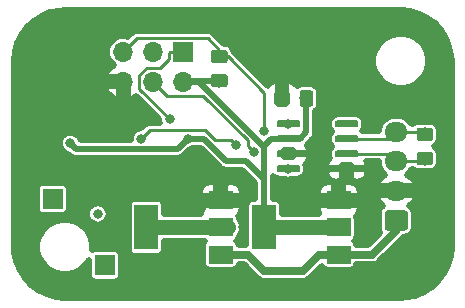
<source format=gbr>
G04 #@! TF.GenerationSoftware,KiCad,Pcbnew,(5.1.4-0-10_14)*
G04 #@! TF.CreationDate,2020-02-11T17:38:49-05:00*
G04 #@! TF.ProjectId,Chinchou,4368696e-6368-46f7-952e-6b696361645f,rev?*
G04 #@! TF.SameCoordinates,Original*
G04 #@! TF.FileFunction,Copper,L2,Bot*
G04 #@! TF.FilePolarity,Positive*
%FSLAX46Y46*%
G04 Gerber Fmt 4.6, Leading zero omitted, Abs format (unit mm)*
G04 Created by KiCad (PCBNEW (5.1.4-0-10_14)) date 2020-02-11 17:38:49*
%MOMM*%
%LPD*%
G04 APERTURE LIST*
%ADD10R,2.000000X1.500000*%
%ADD11R,2.000000X3.800000*%
%ADD12R,1.700000X1.700000*%
%ADD13C,0.100000*%
%ADD14C,1.150000*%
%ADD15O,1.950000X1.700000*%
%ADD16C,1.700000*%
%ADD17C,0.600000*%
%ADD18O,1.700000X1.700000*%
%ADD19C,0.800000*%
%ADD20C,0.508000*%
%ADD21C,1.270000*%
%ADD22C,0.250000*%
%ADD23C,0.635000*%
G04 APERTURE END LIST*
D10*
X30734000Y-29323000D03*
X30734000Y-33923000D03*
X30734000Y-31623000D03*
D11*
X24434000Y-31623000D03*
D12*
X20940000Y-34840000D03*
X16510000Y-29210000D03*
D13*
G36*
X36281505Y-20002204D02*
G01*
X36305773Y-20005804D01*
X36329572Y-20011765D01*
X36352671Y-20020030D01*
X36374850Y-20030520D01*
X36395893Y-20043132D01*
X36415599Y-20057747D01*
X36433777Y-20074223D01*
X36450253Y-20092401D01*
X36464868Y-20112107D01*
X36477480Y-20133150D01*
X36487970Y-20155329D01*
X36496235Y-20178428D01*
X36502196Y-20202227D01*
X36505796Y-20226495D01*
X36507000Y-20250999D01*
X36507000Y-21151001D01*
X36505796Y-21175505D01*
X36502196Y-21199773D01*
X36496235Y-21223572D01*
X36487970Y-21246671D01*
X36477480Y-21268850D01*
X36464868Y-21289893D01*
X36450253Y-21309599D01*
X36433777Y-21327777D01*
X36415599Y-21344253D01*
X36395893Y-21358868D01*
X36374850Y-21371480D01*
X36352671Y-21381970D01*
X36329572Y-21390235D01*
X36305773Y-21396196D01*
X36281505Y-21399796D01*
X36257001Y-21401000D01*
X35606999Y-21401000D01*
X35582495Y-21399796D01*
X35558227Y-21396196D01*
X35534428Y-21390235D01*
X35511329Y-21381970D01*
X35489150Y-21371480D01*
X35468107Y-21358868D01*
X35448401Y-21344253D01*
X35430223Y-21327777D01*
X35413747Y-21309599D01*
X35399132Y-21289893D01*
X35386520Y-21268850D01*
X35376030Y-21246671D01*
X35367765Y-21223572D01*
X35361804Y-21199773D01*
X35358204Y-21175505D01*
X35357000Y-21151001D01*
X35357000Y-20250999D01*
X35358204Y-20226495D01*
X35361804Y-20202227D01*
X35367765Y-20178428D01*
X35376030Y-20155329D01*
X35386520Y-20133150D01*
X35399132Y-20112107D01*
X35413747Y-20092401D01*
X35430223Y-20074223D01*
X35448401Y-20057747D01*
X35468107Y-20043132D01*
X35489150Y-20030520D01*
X35511329Y-20020030D01*
X35534428Y-20011765D01*
X35558227Y-20005804D01*
X35582495Y-20002204D01*
X35606999Y-20001000D01*
X36257001Y-20001000D01*
X36281505Y-20002204D01*
X36281505Y-20002204D01*
G37*
D14*
X35932000Y-20701000D03*
D13*
G36*
X38331505Y-20002204D02*
G01*
X38355773Y-20005804D01*
X38379572Y-20011765D01*
X38402671Y-20020030D01*
X38424850Y-20030520D01*
X38445893Y-20043132D01*
X38465599Y-20057747D01*
X38483777Y-20074223D01*
X38500253Y-20092401D01*
X38514868Y-20112107D01*
X38527480Y-20133150D01*
X38537970Y-20155329D01*
X38546235Y-20178428D01*
X38552196Y-20202227D01*
X38555796Y-20226495D01*
X38557000Y-20250999D01*
X38557000Y-21151001D01*
X38555796Y-21175505D01*
X38552196Y-21199773D01*
X38546235Y-21223572D01*
X38537970Y-21246671D01*
X38527480Y-21268850D01*
X38514868Y-21289893D01*
X38500253Y-21309599D01*
X38483777Y-21327777D01*
X38465599Y-21344253D01*
X38445893Y-21358868D01*
X38424850Y-21371480D01*
X38402671Y-21381970D01*
X38379572Y-21390235D01*
X38355773Y-21396196D01*
X38331505Y-21399796D01*
X38307001Y-21401000D01*
X37656999Y-21401000D01*
X37632495Y-21399796D01*
X37608227Y-21396196D01*
X37584428Y-21390235D01*
X37561329Y-21381970D01*
X37539150Y-21371480D01*
X37518107Y-21358868D01*
X37498401Y-21344253D01*
X37480223Y-21327777D01*
X37463747Y-21309599D01*
X37449132Y-21289893D01*
X37436520Y-21268850D01*
X37426030Y-21246671D01*
X37417765Y-21223572D01*
X37411804Y-21199773D01*
X37408204Y-21175505D01*
X37407000Y-21151001D01*
X37407000Y-20250999D01*
X37408204Y-20226495D01*
X37411804Y-20202227D01*
X37417765Y-20178428D01*
X37426030Y-20155329D01*
X37436520Y-20133150D01*
X37449132Y-20112107D01*
X37463747Y-20092401D01*
X37480223Y-20074223D01*
X37498401Y-20057747D01*
X37518107Y-20043132D01*
X37539150Y-20030520D01*
X37561329Y-20020030D01*
X37584428Y-20011765D01*
X37608227Y-20005804D01*
X37632495Y-20002204D01*
X37656999Y-20001000D01*
X38307001Y-20001000D01*
X38331505Y-20002204D01*
X38331505Y-20002204D01*
G37*
D14*
X37982000Y-20701000D03*
D13*
G36*
X48480505Y-23166204D02*
G01*
X48504773Y-23169804D01*
X48528572Y-23175765D01*
X48551671Y-23184030D01*
X48573850Y-23194520D01*
X48594893Y-23207132D01*
X48614599Y-23221747D01*
X48632777Y-23238223D01*
X48649253Y-23256401D01*
X48663868Y-23276107D01*
X48676480Y-23297150D01*
X48686970Y-23319329D01*
X48695235Y-23342428D01*
X48701196Y-23366227D01*
X48704796Y-23390495D01*
X48706000Y-23414999D01*
X48706000Y-24065001D01*
X48704796Y-24089505D01*
X48701196Y-24113773D01*
X48695235Y-24137572D01*
X48686970Y-24160671D01*
X48676480Y-24182850D01*
X48663868Y-24203893D01*
X48649253Y-24223599D01*
X48632777Y-24241777D01*
X48614599Y-24258253D01*
X48594893Y-24272868D01*
X48573850Y-24285480D01*
X48551671Y-24295970D01*
X48528572Y-24304235D01*
X48504773Y-24310196D01*
X48480505Y-24313796D01*
X48456001Y-24315000D01*
X47555999Y-24315000D01*
X47531495Y-24313796D01*
X47507227Y-24310196D01*
X47483428Y-24304235D01*
X47460329Y-24295970D01*
X47438150Y-24285480D01*
X47417107Y-24272868D01*
X47397401Y-24258253D01*
X47379223Y-24241777D01*
X47362747Y-24223599D01*
X47348132Y-24203893D01*
X47335520Y-24182850D01*
X47325030Y-24160671D01*
X47316765Y-24137572D01*
X47310804Y-24113773D01*
X47307204Y-24089505D01*
X47306000Y-24065001D01*
X47306000Y-23414999D01*
X47307204Y-23390495D01*
X47310804Y-23366227D01*
X47316765Y-23342428D01*
X47325030Y-23319329D01*
X47335520Y-23297150D01*
X47348132Y-23276107D01*
X47362747Y-23256401D01*
X47379223Y-23238223D01*
X47397401Y-23221747D01*
X47417107Y-23207132D01*
X47438150Y-23194520D01*
X47460329Y-23184030D01*
X47483428Y-23175765D01*
X47507227Y-23169804D01*
X47531495Y-23166204D01*
X47555999Y-23165000D01*
X48456001Y-23165000D01*
X48480505Y-23166204D01*
X48480505Y-23166204D01*
G37*
D14*
X48006000Y-23740000D03*
D13*
G36*
X48480505Y-25216204D02*
G01*
X48504773Y-25219804D01*
X48528572Y-25225765D01*
X48551671Y-25234030D01*
X48573850Y-25244520D01*
X48594893Y-25257132D01*
X48614599Y-25271747D01*
X48632777Y-25288223D01*
X48649253Y-25306401D01*
X48663868Y-25326107D01*
X48676480Y-25347150D01*
X48686970Y-25369329D01*
X48695235Y-25392428D01*
X48701196Y-25416227D01*
X48704796Y-25440495D01*
X48706000Y-25464999D01*
X48706000Y-26115001D01*
X48704796Y-26139505D01*
X48701196Y-26163773D01*
X48695235Y-26187572D01*
X48686970Y-26210671D01*
X48676480Y-26232850D01*
X48663868Y-26253893D01*
X48649253Y-26273599D01*
X48632777Y-26291777D01*
X48614599Y-26308253D01*
X48594893Y-26322868D01*
X48573850Y-26335480D01*
X48551671Y-26345970D01*
X48528572Y-26354235D01*
X48504773Y-26360196D01*
X48480505Y-26363796D01*
X48456001Y-26365000D01*
X47555999Y-26365000D01*
X47531495Y-26363796D01*
X47507227Y-26360196D01*
X47483428Y-26354235D01*
X47460329Y-26345970D01*
X47438150Y-26335480D01*
X47417107Y-26322868D01*
X47397401Y-26308253D01*
X47379223Y-26291777D01*
X47362747Y-26273599D01*
X47348132Y-26253893D01*
X47335520Y-26232850D01*
X47325030Y-26210671D01*
X47316765Y-26187572D01*
X47310804Y-26163773D01*
X47307204Y-26139505D01*
X47306000Y-26115001D01*
X47306000Y-25464999D01*
X47307204Y-25440495D01*
X47310804Y-25416227D01*
X47316765Y-25392428D01*
X47325030Y-25369329D01*
X47335520Y-25347150D01*
X47348132Y-25326107D01*
X47362747Y-25306401D01*
X47379223Y-25288223D01*
X47397401Y-25271747D01*
X47417107Y-25257132D01*
X47438150Y-25244520D01*
X47460329Y-25234030D01*
X47483428Y-25225765D01*
X47507227Y-25219804D01*
X47531495Y-25216204D01*
X47555999Y-25215000D01*
X48456001Y-25215000D01*
X48480505Y-25216204D01*
X48480505Y-25216204D01*
G37*
D14*
X48006000Y-25790000D03*
D15*
X45593000Y-23535000D03*
X45593000Y-26035000D03*
X45593000Y-28535000D03*
D13*
G36*
X46342504Y-30186204D02*
G01*
X46366773Y-30189804D01*
X46390571Y-30195765D01*
X46413671Y-30204030D01*
X46435849Y-30214520D01*
X46456893Y-30227133D01*
X46476598Y-30241747D01*
X46494777Y-30258223D01*
X46511253Y-30276402D01*
X46525867Y-30296107D01*
X46538480Y-30317151D01*
X46548970Y-30339329D01*
X46557235Y-30362429D01*
X46563196Y-30386227D01*
X46566796Y-30410496D01*
X46568000Y-30435000D01*
X46568000Y-31635000D01*
X46566796Y-31659504D01*
X46563196Y-31683773D01*
X46557235Y-31707571D01*
X46548970Y-31730671D01*
X46538480Y-31752849D01*
X46525867Y-31773893D01*
X46511253Y-31793598D01*
X46494777Y-31811777D01*
X46476598Y-31828253D01*
X46456893Y-31842867D01*
X46435849Y-31855480D01*
X46413671Y-31865970D01*
X46390571Y-31874235D01*
X46366773Y-31880196D01*
X46342504Y-31883796D01*
X46318000Y-31885000D01*
X44868000Y-31885000D01*
X44843496Y-31883796D01*
X44819227Y-31880196D01*
X44795429Y-31874235D01*
X44772329Y-31865970D01*
X44750151Y-31855480D01*
X44729107Y-31842867D01*
X44709402Y-31828253D01*
X44691223Y-31811777D01*
X44674747Y-31793598D01*
X44660133Y-31773893D01*
X44647520Y-31752849D01*
X44637030Y-31730671D01*
X44628765Y-31707571D01*
X44622804Y-31683773D01*
X44619204Y-31659504D01*
X44618000Y-31635000D01*
X44618000Y-30435000D01*
X44619204Y-30410496D01*
X44622804Y-30386227D01*
X44628765Y-30362429D01*
X44637030Y-30339329D01*
X44647520Y-30317151D01*
X44660133Y-30296107D01*
X44674747Y-30276402D01*
X44691223Y-30258223D01*
X44709402Y-30241747D01*
X44729107Y-30227133D01*
X44750151Y-30214520D01*
X44772329Y-30204030D01*
X44795429Y-30195765D01*
X44819227Y-30189804D01*
X44843496Y-30186204D01*
X44868000Y-30185000D01*
X46318000Y-30185000D01*
X46342504Y-30186204D01*
X46342504Y-30186204D01*
G37*
D16*
X45593000Y-31035000D03*
D10*
X40717000Y-29323000D03*
X40717000Y-33923000D03*
X40717000Y-31623000D03*
D11*
X34417000Y-31623000D03*
D13*
G36*
X42241703Y-26370722D02*
G01*
X42256264Y-26372882D01*
X42270543Y-26376459D01*
X42284403Y-26381418D01*
X42297710Y-26387712D01*
X42310336Y-26395280D01*
X42322159Y-26404048D01*
X42333066Y-26413934D01*
X42342952Y-26424841D01*
X42351720Y-26436664D01*
X42359288Y-26449290D01*
X42365582Y-26462597D01*
X42370541Y-26476457D01*
X42374118Y-26490736D01*
X42376278Y-26505297D01*
X42377000Y-26520000D01*
X42377000Y-26820000D01*
X42376278Y-26834703D01*
X42374118Y-26849264D01*
X42370541Y-26863543D01*
X42365582Y-26877403D01*
X42359288Y-26890710D01*
X42351720Y-26903336D01*
X42342952Y-26915159D01*
X42333066Y-26926066D01*
X42322159Y-26935952D01*
X42310336Y-26944720D01*
X42297710Y-26952288D01*
X42284403Y-26958582D01*
X42270543Y-26963541D01*
X42256264Y-26967118D01*
X42241703Y-26969278D01*
X42227000Y-26970000D01*
X40577000Y-26970000D01*
X40562297Y-26969278D01*
X40547736Y-26967118D01*
X40533457Y-26963541D01*
X40519597Y-26958582D01*
X40506290Y-26952288D01*
X40493664Y-26944720D01*
X40481841Y-26935952D01*
X40470934Y-26926066D01*
X40461048Y-26915159D01*
X40452280Y-26903336D01*
X40444712Y-26890710D01*
X40438418Y-26877403D01*
X40433459Y-26863543D01*
X40429882Y-26849264D01*
X40427722Y-26834703D01*
X40427000Y-26820000D01*
X40427000Y-26520000D01*
X40427722Y-26505297D01*
X40429882Y-26490736D01*
X40433459Y-26476457D01*
X40438418Y-26462597D01*
X40444712Y-26449290D01*
X40452280Y-26436664D01*
X40461048Y-26424841D01*
X40470934Y-26413934D01*
X40481841Y-26404048D01*
X40493664Y-26395280D01*
X40506290Y-26387712D01*
X40519597Y-26381418D01*
X40533457Y-26376459D01*
X40547736Y-26372882D01*
X40562297Y-26370722D01*
X40577000Y-26370000D01*
X42227000Y-26370000D01*
X42241703Y-26370722D01*
X42241703Y-26370722D01*
G37*
D17*
X41402000Y-26670000D03*
D13*
G36*
X42241703Y-25100722D02*
G01*
X42256264Y-25102882D01*
X42270543Y-25106459D01*
X42284403Y-25111418D01*
X42297710Y-25117712D01*
X42310336Y-25125280D01*
X42322159Y-25134048D01*
X42333066Y-25143934D01*
X42342952Y-25154841D01*
X42351720Y-25166664D01*
X42359288Y-25179290D01*
X42365582Y-25192597D01*
X42370541Y-25206457D01*
X42374118Y-25220736D01*
X42376278Y-25235297D01*
X42377000Y-25250000D01*
X42377000Y-25550000D01*
X42376278Y-25564703D01*
X42374118Y-25579264D01*
X42370541Y-25593543D01*
X42365582Y-25607403D01*
X42359288Y-25620710D01*
X42351720Y-25633336D01*
X42342952Y-25645159D01*
X42333066Y-25656066D01*
X42322159Y-25665952D01*
X42310336Y-25674720D01*
X42297710Y-25682288D01*
X42284403Y-25688582D01*
X42270543Y-25693541D01*
X42256264Y-25697118D01*
X42241703Y-25699278D01*
X42227000Y-25700000D01*
X40577000Y-25700000D01*
X40562297Y-25699278D01*
X40547736Y-25697118D01*
X40533457Y-25693541D01*
X40519597Y-25688582D01*
X40506290Y-25682288D01*
X40493664Y-25674720D01*
X40481841Y-25665952D01*
X40470934Y-25656066D01*
X40461048Y-25645159D01*
X40452280Y-25633336D01*
X40444712Y-25620710D01*
X40438418Y-25607403D01*
X40433459Y-25593543D01*
X40429882Y-25579264D01*
X40427722Y-25564703D01*
X40427000Y-25550000D01*
X40427000Y-25250000D01*
X40427722Y-25235297D01*
X40429882Y-25220736D01*
X40433459Y-25206457D01*
X40438418Y-25192597D01*
X40444712Y-25179290D01*
X40452280Y-25166664D01*
X40461048Y-25154841D01*
X40470934Y-25143934D01*
X40481841Y-25134048D01*
X40493664Y-25125280D01*
X40506290Y-25117712D01*
X40519597Y-25111418D01*
X40533457Y-25106459D01*
X40547736Y-25102882D01*
X40562297Y-25100722D01*
X40577000Y-25100000D01*
X42227000Y-25100000D01*
X42241703Y-25100722D01*
X42241703Y-25100722D01*
G37*
D17*
X41402000Y-25400000D03*
D13*
G36*
X42241703Y-23830722D02*
G01*
X42256264Y-23832882D01*
X42270543Y-23836459D01*
X42284403Y-23841418D01*
X42297710Y-23847712D01*
X42310336Y-23855280D01*
X42322159Y-23864048D01*
X42333066Y-23873934D01*
X42342952Y-23884841D01*
X42351720Y-23896664D01*
X42359288Y-23909290D01*
X42365582Y-23922597D01*
X42370541Y-23936457D01*
X42374118Y-23950736D01*
X42376278Y-23965297D01*
X42377000Y-23980000D01*
X42377000Y-24280000D01*
X42376278Y-24294703D01*
X42374118Y-24309264D01*
X42370541Y-24323543D01*
X42365582Y-24337403D01*
X42359288Y-24350710D01*
X42351720Y-24363336D01*
X42342952Y-24375159D01*
X42333066Y-24386066D01*
X42322159Y-24395952D01*
X42310336Y-24404720D01*
X42297710Y-24412288D01*
X42284403Y-24418582D01*
X42270543Y-24423541D01*
X42256264Y-24427118D01*
X42241703Y-24429278D01*
X42227000Y-24430000D01*
X40577000Y-24430000D01*
X40562297Y-24429278D01*
X40547736Y-24427118D01*
X40533457Y-24423541D01*
X40519597Y-24418582D01*
X40506290Y-24412288D01*
X40493664Y-24404720D01*
X40481841Y-24395952D01*
X40470934Y-24386066D01*
X40461048Y-24375159D01*
X40452280Y-24363336D01*
X40444712Y-24350710D01*
X40438418Y-24337403D01*
X40433459Y-24323543D01*
X40429882Y-24309264D01*
X40427722Y-24294703D01*
X40427000Y-24280000D01*
X40427000Y-23980000D01*
X40427722Y-23965297D01*
X40429882Y-23950736D01*
X40433459Y-23936457D01*
X40438418Y-23922597D01*
X40444712Y-23909290D01*
X40452280Y-23896664D01*
X40461048Y-23884841D01*
X40470934Y-23873934D01*
X40481841Y-23864048D01*
X40493664Y-23855280D01*
X40506290Y-23847712D01*
X40519597Y-23841418D01*
X40533457Y-23836459D01*
X40547736Y-23832882D01*
X40562297Y-23830722D01*
X40577000Y-23830000D01*
X42227000Y-23830000D01*
X42241703Y-23830722D01*
X42241703Y-23830722D01*
G37*
D17*
X41402000Y-24130000D03*
D13*
G36*
X42241703Y-22560722D02*
G01*
X42256264Y-22562882D01*
X42270543Y-22566459D01*
X42284403Y-22571418D01*
X42297710Y-22577712D01*
X42310336Y-22585280D01*
X42322159Y-22594048D01*
X42333066Y-22603934D01*
X42342952Y-22614841D01*
X42351720Y-22626664D01*
X42359288Y-22639290D01*
X42365582Y-22652597D01*
X42370541Y-22666457D01*
X42374118Y-22680736D01*
X42376278Y-22695297D01*
X42377000Y-22710000D01*
X42377000Y-23010000D01*
X42376278Y-23024703D01*
X42374118Y-23039264D01*
X42370541Y-23053543D01*
X42365582Y-23067403D01*
X42359288Y-23080710D01*
X42351720Y-23093336D01*
X42342952Y-23105159D01*
X42333066Y-23116066D01*
X42322159Y-23125952D01*
X42310336Y-23134720D01*
X42297710Y-23142288D01*
X42284403Y-23148582D01*
X42270543Y-23153541D01*
X42256264Y-23157118D01*
X42241703Y-23159278D01*
X42227000Y-23160000D01*
X40577000Y-23160000D01*
X40562297Y-23159278D01*
X40547736Y-23157118D01*
X40533457Y-23153541D01*
X40519597Y-23148582D01*
X40506290Y-23142288D01*
X40493664Y-23134720D01*
X40481841Y-23125952D01*
X40470934Y-23116066D01*
X40461048Y-23105159D01*
X40452280Y-23093336D01*
X40444712Y-23080710D01*
X40438418Y-23067403D01*
X40433459Y-23053543D01*
X40429882Y-23039264D01*
X40427722Y-23024703D01*
X40427000Y-23010000D01*
X40427000Y-22710000D01*
X40427722Y-22695297D01*
X40429882Y-22680736D01*
X40433459Y-22666457D01*
X40438418Y-22652597D01*
X40444712Y-22639290D01*
X40452280Y-22626664D01*
X40461048Y-22614841D01*
X40470934Y-22603934D01*
X40481841Y-22594048D01*
X40493664Y-22585280D01*
X40506290Y-22577712D01*
X40519597Y-22571418D01*
X40533457Y-22566459D01*
X40547736Y-22562882D01*
X40562297Y-22560722D01*
X40577000Y-22560000D01*
X42227000Y-22560000D01*
X42241703Y-22560722D01*
X42241703Y-22560722D01*
G37*
D17*
X41402000Y-22860000D03*
D13*
G36*
X37291703Y-22560722D02*
G01*
X37306264Y-22562882D01*
X37320543Y-22566459D01*
X37334403Y-22571418D01*
X37347710Y-22577712D01*
X37360336Y-22585280D01*
X37372159Y-22594048D01*
X37383066Y-22603934D01*
X37392952Y-22614841D01*
X37401720Y-22626664D01*
X37409288Y-22639290D01*
X37415582Y-22652597D01*
X37420541Y-22666457D01*
X37424118Y-22680736D01*
X37426278Y-22695297D01*
X37427000Y-22710000D01*
X37427000Y-23010000D01*
X37426278Y-23024703D01*
X37424118Y-23039264D01*
X37420541Y-23053543D01*
X37415582Y-23067403D01*
X37409288Y-23080710D01*
X37401720Y-23093336D01*
X37392952Y-23105159D01*
X37383066Y-23116066D01*
X37372159Y-23125952D01*
X37360336Y-23134720D01*
X37347710Y-23142288D01*
X37334403Y-23148582D01*
X37320543Y-23153541D01*
X37306264Y-23157118D01*
X37291703Y-23159278D01*
X37277000Y-23160000D01*
X35627000Y-23160000D01*
X35612297Y-23159278D01*
X35597736Y-23157118D01*
X35583457Y-23153541D01*
X35569597Y-23148582D01*
X35556290Y-23142288D01*
X35543664Y-23134720D01*
X35531841Y-23125952D01*
X35520934Y-23116066D01*
X35511048Y-23105159D01*
X35502280Y-23093336D01*
X35494712Y-23080710D01*
X35488418Y-23067403D01*
X35483459Y-23053543D01*
X35479882Y-23039264D01*
X35477722Y-23024703D01*
X35477000Y-23010000D01*
X35477000Y-22710000D01*
X35477722Y-22695297D01*
X35479882Y-22680736D01*
X35483459Y-22666457D01*
X35488418Y-22652597D01*
X35494712Y-22639290D01*
X35502280Y-22626664D01*
X35511048Y-22614841D01*
X35520934Y-22603934D01*
X35531841Y-22594048D01*
X35543664Y-22585280D01*
X35556290Y-22577712D01*
X35569597Y-22571418D01*
X35583457Y-22566459D01*
X35597736Y-22562882D01*
X35612297Y-22560722D01*
X35627000Y-22560000D01*
X37277000Y-22560000D01*
X37291703Y-22560722D01*
X37291703Y-22560722D01*
G37*
D17*
X36452000Y-22860000D03*
D13*
G36*
X37291703Y-23830722D02*
G01*
X37306264Y-23832882D01*
X37320543Y-23836459D01*
X37334403Y-23841418D01*
X37347710Y-23847712D01*
X37360336Y-23855280D01*
X37372159Y-23864048D01*
X37383066Y-23873934D01*
X37392952Y-23884841D01*
X37401720Y-23896664D01*
X37409288Y-23909290D01*
X37415582Y-23922597D01*
X37420541Y-23936457D01*
X37424118Y-23950736D01*
X37426278Y-23965297D01*
X37427000Y-23980000D01*
X37427000Y-24280000D01*
X37426278Y-24294703D01*
X37424118Y-24309264D01*
X37420541Y-24323543D01*
X37415582Y-24337403D01*
X37409288Y-24350710D01*
X37401720Y-24363336D01*
X37392952Y-24375159D01*
X37383066Y-24386066D01*
X37372159Y-24395952D01*
X37360336Y-24404720D01*
X37347710Y-24412288D01*
X37334403Y-24418582D01*
X37320543Y-24423541D01*
X37306264Y-24427118D01*
X37291703Y-24429278D01*
X37277000Y-24430000D01*
X35627000Y-24430000D01*
X35612297Y-24429278D01*
X35597736Y-24427118D01*
X35583457Y-24423541D01*
X35569597Y-24418582D01*
X35556290Y-24412288D01*
X35543664Y-24404720D01*
X35531841Y-24395952D01*
X35520934Y-24386066D01*
X35511048Y-24375159D01*
X35502280Y-24363336D01*
X35494712Y-24350710D01*
X35488418Y-24337403D01*
X35483459Y-24323543D01*
X35479882Y-24309264D01*
X35477722Y-24294703D01*
X35477000Y-24280000D01*
X35477000Y-23980000D01*
X35477722Y-23965297D01*
X35479882Y-23950736D01*
X35483459Y-23936457D01*
X35488418Y-23922597D01*
X35494712Y-23909290D01*
X35502280Y-23896664D01*
X35511048Y-23884841D01*
X35520934Y-23873934D01*
X35531841Y-23864048D01*
X35543664Y-23855280D01*
X35556290Y-23847712D01*
X35569597Y-23841418D01*
X35583457Y-23836459D01*
X35597736Y-23832882D01*
X35612297Y-23830722D01*
X35627000Y-23830000D01*
X37277000Y-23830000D01*
X37291703Y-23830722D01*
X37291703Y-23830722D01*
G37*
D17*
X36452000Y-24130000D03*
D13*
G36*
X37291703Y-25100722D02*
G01*
X37306264Y-25102882D01*
X37320543Y-25106459D01*
X37334403Y-25111418D01*
X37347710Y-25117712D01*
X37360336Y-25125280D01*
X37372159Y-25134048D01*
X37383066Y-25143934D01*
X37392952Y-25154841D01*
X37401720Y-25166664D01*
X37409288Y-25179290D01*
X37415582Y-25192597D01*
X37420541Y-25206457D01*
X37424118Y-25220736D01*
X37426278Y-25235297D01*
X37427000Y-25250000D01*
X37427000Y-25550000D01*
X37426278Y-25564703D01*
X37424118Y-25579264D01*
X37420541Y-25593543D01*
X37415582Y-25607403D01*
X37409288Y-25620710D01*
X37401720Y-25633336D01*
X37392952Y-25645159D01*
X37383066Y-25656066D01*
X37372159Y-25665952D01*
X37360336Y-25674720D01*
X37347710Y-25682288D01*
X37334403Y-25688582D01*
X37320543Y-25693541D01*
X37306264Y-25697118D01*
X37291703Y-25699278D01*
X37277000Y-25700000D01*
X35627000Y-25700000D01*
X35612297Y-25699278D01*
X35597736Y-25697118D01*
X35583457Y-25693541D01*
X35569597Y-25688582D01*
X35556290Y-25682288D01*
X35543664Y-25674720D01*
X35531841Y-25665952D01*
X35520934Y-25656066D01*
X35511048Y-25645159D01*
X35502280Y-25633336D01*
X35494712Y-25620710D01*
X35488418Y-25607403D01*
X35483459Y-25593543D01*
X35479882Y-25579264D01*
X35477722Y-25564703D01*
X35477000Y-25550000D01*
X35477000Y-25250000D01*
X35477722Y-25235297D01*
X35479882Y-25220736D01*
X35483459Y-25206457D01*
X35488418Y-25192597D01*
X35494712Y-25179290D01*
X35502280Y-25166664D01*
X35511048Y-25154841D01*
X35520934Y-25143934D01*
X35531841Y-25134048D01*
X35543664Y-25125280D01*
X35556290Y-25117712D01*
X35569597Y-25111418D01*
X35583457Y-25106459D01*
X35597736Y-25102882D01*
X35612297Y-25100722D01*
X35627000Y-25100000D01*
X37277000Y-25100000D01*
X37291703Y-25100722D01*
X37291703Y-25100722D01*
G37*
D17*
X36452000Y-25400000D03*
D13*
G36*
X37291703Y-26370722D02*
G01*
X37306264Y-26372882D01*
X37320543Y-26376459D01*
X37334403Y-26381418D01*
X37347710Y-26387712D01*
X37360336Y-26395280D01*
X37372159Y-26404048D01*
X37383066Y-26413934D01*
X37392952Y-26424841D01*
X37401720Y-26436664D01*
X37409288Y-26449290D01*
X37415582Y-26462597D01*
X37420541Y-26476457D01*
X37424118Y-26490736D01*
X37426278Y-26505297D01*
X37427000Y-26520000D01*
X37427000Y-26820000D01*
X37426278Y-26834703D01*
X37424118Y-26849264D01*
X37420541Y-26863543D01*
X37415582Y-26877403D01*
X37409288Y-26890710D01*
X37401720Y-26903336D01*
X37392952Y-26915159D01*
X37383066Y-26926066D01*
X37372159Y-26935952D01*
X37360336Y-26944720D01*
X37347710Y-26952288D01*
X37334403Y-26958582D01*
X37320543Y-26963541D01*
X37306264Y-26967118D01*
X37291703Y-26969278D01*
X37277000Y-26970000D01*
X35627000Y-26970000D01*
X35612297Y-26969278D01*
X35597736Y-26967118D01*
X35583457Y-26963541D01*
X35569597Y-26958582D01*
X35556290Y-26952288D01*
X35543664Y-26944720D01*
X35531841Y-26935952D01*
X35520934Y-26926066D01*
X35511048Y-26915159D01*
X35502280Y-26903336D01*
X35494712Y-26890710D01*
X35488418Y-26877403D01*
X35483459Y-26863543D01*
X35479882Y-26849264D01*
X35477722Y-26834703D01*
X35477000Y-26820000D01*
X35477000Y-26520000D01*
X35477722Y-26505297D01*
X35479882Y-26490736D01*
X35483459Y-26476457D01*
X35488418Y-26462597D01*
X35494712Y-26449290D01*
X35502280Y-26436664D01*
X35511048Y-26424841D01*
X35520934Y-26413934D01*
X35531841Y-26404048D01*
X35543664Y-26395280D01*
X35556290Y-26387712D01*
X35569597Y-26381418D01*
X35583457Y-26376459D01*
X35597736Y-26372882D01*
X35612297Y-26370722D01*
X35627000Y-26370000D01*
X37277000Y-26370000D01*
X37291703Y-26370722D01*
X37291703Y-26370722D01*
G37*
D17*
X36452000Y-26670000D03*
D13*
G36*
X31081505Y-16571204D02*
G01*
X31105773Y-16574804D01*
X31129572Y-16580765D01*
X31152671Y-16589030D01*
X31174850Y-16599520D01*
X31195893Y-16612132D01*
X31215599Y-16626747D01*
X31233777Y-16643223D01*
X31250253Y-16661401D01*
X31264868Y-16681107D01*
X31277480Y-16702150D01*
X31287970Y-16724329D01*
X31296235Y-16747428D01*
X31302196Y-16771227D01*
X31305796Y-16795495D01*
X31307000Y-16819999D01*
X31307000Y-17470001D01*
X31305796Y-17494505D01*
X31302196Y-17518773D01*
X31296235Y-17542572D01*
X31287970Y-17565671D01*
X31277480Y-17587850D01*
X31264868Y-17608893D01*
X31250253Y-17628599D01*
X31233777Y-17646777D01*
X31215599Y-17663253D01*
X31195893Y-17677868D01*
X31174850Y-17690480D01*
X31152671Y-17700970D01*
X31129572Y-17709235D01*
X31105773Y-17715196D01*
X31081505Y-17718796D01*
X31057001Y-17720000D01*
X30156999Y-17720000D01*
X30132495Y-17718796D01*
X30108227Y-17715196D01*
X30084428Y-17709235D01*
X30061329Y-17700970D01*
X30039150Y-17690480D01*
X30018107Y-17677868D01*
X29998401Y-17663253D01*
X29980223Y-17646777D01*
X29963747Y-17628599D01*
X29949132Y-17608893D01*
X29936520Y-17587850D01*
X29926030Y-17565671D01*
X29917765Y-17542572D01*
X29911804Y-17518773D01*
X29908204Y-17494505D01*
X29907000Y-17470001D01*
X29907000Y-16819999D01*
X29908204Y-16795495D01*
X29911804Y-16771227D01*
X29917765Y-16747428D01*
X29926030Y-16724329D01*
X29936520Y-16702150D01*
X29949132Y-16681107D01*
X29963747Y-16661401D01*
X29980223Y-16643223D01*
X29998401Y-16626747D01*
X30018107Y-16612132D01*
X30039150Y-16599520D01*
X30061329Y-16589030D01*
X30084428Y-16580765D01*
X30108227Y-16574804D01*
X30132495Y-16571204D01*
X30156999Y-16570000D01*
X31057001Y-16570000D01*
X31081505Y-16571204D01*
X31081505Y-16571204D01*
G37*
D14*
X30607000Y-17145000D03*
D13*
G36*
X31081505Y-18621204D02*
G01*
X31105773Y-18624804D01*
X31129572Y-18630765D01*
X31152671Y-18639030D01*
X31174850Y-18649520D01*
X31195893Y-18662132D01*
X31215599Y-18676747D01*
X31233777Y-18693223D01*
X31250253Y-18711401D01*
X31264868Y-18731107D01*
X31277480Y-18752150D01*
X31287970Y-18774329D01*
X31296235Y-18797428D01*
X31302196Y-18821227D01*
X31305796Y-18845495D01*
X31307000Y-18869999D01*
X31307000Y-19520001D01*
X31305796Y-19544505D01*
X31302196Y-19568773D01*
X31296235Y-19592572D01*
X31287970Y-19615671D01*
X31277480Y-19637850D01*
X31264868Y-19658893D01*
X31250253Y-19678599D01*
X31233777Y-19696777D01*
X31215599Y-19713253D01*
X31195893Y-19727868D01*
X31174850Y-19740480D01*
X31152671Y-19750970D01*
X31129572Y-19759235D01*
X31105773Y-19765196D01*
X31081505Y-19768796D01*
X31057001Y-19770000D01*
X30156999Y-19770000D01*
X30132495Y-19768796D01*
X30108227Y-19765196D01*
X30084428Y-19759235D01*
X30061329Y-19750970D01*
X30039150Y-19740480D01*
X30018107Y-19727868D01*
X29998401Y-19713253D01*
X29980223Y-19696777D01*
X29963747Y-19678599D01*
X29949132Y-19658893D01*
X29936520Y-19637850D01*
X29926030Y-19615671D01*
X29917765Y-19592572D01*
X29911804Y-19568773D01*
X29908204Y-19544505D01*
X29907000Y-19520001D01*
X29907000Y-18869999D01*
X29908204Y-18845495D01*
X29911804Y-18821227D01*
X29917765Y-18797428D01*
X29926030Y-18774329D01*
X29936520Y-18752150D01*
X29949132Y-18731107D01*
X29963747Y-18711401D01*
X29980223Y-18693223D01*
X29998401Y-18676747D01*
X30018107Y-18662132D01*
X30039150Y-18649520D01*
X30061329Y-18639030D01*
X30084428Y-18630765D01*
X30108227Y-18624804D01*
X30132495Y-18621204D01*
X30156999Y-18620000D01*
X31057001Y-18620000D01*
X31081505Y-18621204D01*
X31081505Y-18621204D01*
G37*
D14*
X30607000Y-19195000D03*
D18*
X22479000Y-19304000D03*
X22479000Y-16764000D03*
X25019000Y-19304000D03*
X25019000Y-16764000D03*
X27559000Y-19304000D03*
D12*
X27559000Y-16764000D03*
D19*
X41402000Y-20193000D03*
X40767000Y-29337000D03*
X36449000Y-25400000D03*
X27940000Y-26162000D03*
X32639000Y-31623000D03*
X43180000Y-32512000D03*
X43561000Y-22860000D03*
X15240000Y-20320000D03*
X15240000Y-25400000D03*
X20320000Y-20320000D03*
X20320000Y-15240000D03*
X30480000Y-15240000D03*
X35560000Y-15240000D03*
X40640000Y-15240000D03*
X25000000Y-36500000D03*
X30480000Y-35560000D03*
X40640000Y-35560000D03*
X45720000Y-35560000D03*
X29083000Y-30099000D03*
X28321000Y-29210000D03*
X27432000Y-28321000D03*
X40767000Y-31623000D03*
X38100000Y-31623000D03*
X34671000Y-31623000D03*
X27940000Y-24130000D03*
X18000000Y-24500000D03*
X24130000Y-30734000D03*
X24130000Y-32766000D03*
X30734000Y-31623000D03*
X34417000Y-23495000D03*
X33528000Y-25273000D03*
X26416000Y-22479000D03*
X36449000Y-22860000D03*
X36449000Y-26670000D03*
X24003000Y-24130000D03*
X32004000Y-24638000D03*
X20320000Y-30480000D03*
D20*
X27940000Y-24130000D02*
X29332000Y-24130000D01*
X29332000Y-24130000D02*
X31202001Y-26000001D01*
X31202001Y-26000001D02*
X32864079Y-26000001D01*
X34417000Y-27552922D02*
X34417000Y-31623000D01*
X32864079Y-26000001D02*
X34417000Y-27552922D01*
X27668000Y-19195000D02*
X27559000Y-19304000D01*
X30607000Y-19195000D02*
X27668000Y-19195000D01*
X34417000Y-25025078D02*
X34417000Y-29215000D01*
X28885843Y-19304000D02*
X27559000Y-19304000D01*
X34417000Y-24835157D02*
X28885843Y-19304000D01*
X34417000Y-25190000D02*
X34417000Y-24835157D01*
X34417000Y-29215000D02*
X34417000Y-31623000D01*
D21*
X40767000Y-31623000D02*
X34417000Y-31623000D01*
D20*
X34417000Y-24701080D02*
X34417000Y-29215000D01*
X36452000Y-24130000D02*
X34988080Y-24130000D01*
X34988080Y-24130000D02*
X34417000Y-24701080D01*
X37982000Y-23575000D02*
X37427000Y-24130000D01*
X37427000Y-24130000D02*
X36452000Y-24130000D01*
X37982000Y-20701000D02*
X37982000Y-23575000D01*
X27085999Y-24984001D02*
X18484001Y-24984001D01*
X27940000Y-24130000D02*
X27085999Y-24984001D01*
X18484001Y-24984001D02*
X18000000Y-24500000D01*
X18000000Y-24500000D02*
X18000000Y-24500000D01*
D22*
X44958000Y-25400000D02*
X45593000Y-26035000D01*
X41402000Y-25400000D02*
X44958000Y-25400000D01*
X47761000Y-26035000D02*
X48006000Y-25790000D01*
X45593000Y-26035000D02*
X47761000Y-26035000D01*
X44998000Y-24130000D02*
X45593000Y-23535000D01*
X41402000Y-24130000D02*
X44998000Y-24130000D01*
X47801000Y-23535000D02*
X48006000Y-23740000D01*
X45593000Y-23535000D02*
X47801000Y-23535000D01*
D23*
X42352000Y-33923000D02*
X40717000Y-33923000D01*
X45593000Y-31885000D02*
X43555000Y-33923000D01*
X43555000Y-33923000D02*
X42352000Y-33923000D01*
X45593000Y-31035000D02*
X45593000Y-31885000D01*
X33004000Y-33923000D02*
X31369000Y-33923000D01*
X34389000Y-35308000D02*
X33004000Y-33923000D01*
X37697000Y-35308000D02*
X34389000Y-35308000D01*
X39082000Y-33923000D02*
X37697000Y-35308000D01*
X40717000Y-33923000D02*
X39082000Y-33923000D01*
D21*
X31369000Y-31623000D02*
X25069000Y-31623000D01*
D22*
X23328999Y-15914001D02*
X22479000Y-16764000D01*
X23654001Y-15588999D02*
X23328999Y-15914001D01*
X29625999Y-15588999D02*
X23654001Y-15588999D01*
X30607000Y-16570000D02*
X29625999Y-15588999D01*
X30607000Y-17145000D02*
X30607000Y-16570000D01*
X30607000Y-17145000D02*
X31307000Y-17145000D01*
X34417000Y-23495000D02*
X34417000Y-23495000D01*
X31307000Y-17145000D02*
X34417000Y-20255000D01*
X34417000Y-20255000D02*
X34417000Y-23495000D01*
X33001001Y-24746001D02*
X33528000Y-25273000D01*
X33001001Y-24238000D02*
X33001001Y-24746001D01*
X29242002Y-20479001D02*
X33001001Y-24238000D01*
X26194001Y-20479001D02*
X29242002Y-20479001D01*
X25019000Y-19304000D02*
X26194001Y-20479001D01*
X25583001Y-18128999D02*
X24454999Y-18128999D01*
X26383999Y-17328001D02*
X25583001Y-18128999D01*
X24454999Y-18128999D02*
X23843999Y-18739999D01*
X26383999Y-16839001D02*
X26383999Y-17328001D01*
X26459000Y-16764000D02*
X26383999Y-16839001D01*
X27559000Y-16764000D02*
X26459000Y-16764000D01*
X23843999Y-19906999D02*
X26416000Y-22479000D01*
X23843999Y-18739999D02*
X23843999Y-19906999D01*
X24728001Y-23404999D02*
X24003000Y-24130000D01*
X30258841Y-24238001D02*
X29425839Y-23404999D01*
X31604001Y-24238001D02*
X30258841Y-24238001D01*
X32004000Y-24638000D02*
X31604001Y-24238001D01*
X29425839Y-23404999D02*
X24728001Y-23404999D01*
D20*
G36*
X46755926Y-13307094D02*
G01*
X47511670Y-13520236D01*
X48215914Y-13867531D01*
X48845073Y-14337346D01*
X49378086Y-14913956D01*
X49797091Y-15578039D01*
X50088059Y-16307357D01*
X50243305Y-17087828D01*
X50267001Y-17539984D01*
X50267000Y-33249564D01*
X50192906Y-34055926D01*
X49979763Y-34811672D01*
X49632469Y-35515914D01*
X49162651Y-36145076D01*
X48586045Y-36678086D01*
X47921965Y-37097088D01*
X47192644Y-37388059D01*
X46412172Y-37543305D01*
X45960034Y-37567000D01*
X17550436Y-37567000D01*
X16744074Y-37492906D01*
X15988328Y-37279763D01*
X15284086Y-36932469D01*
X14654924Y-36462651D01*
X14121914Y-35886045D01*
X13702912Y-35221965D01*
X13411941Y-34492644D01*
X13256695Y-33712172D01*
X13233000Y-33260034D01*
X13233000Y-33045522D01*
X15206224Y-33045522D01*
X15206224Y-33502478D01*
X15295372Y-33950654D01*
X15470242Y-34372826D01*
X15724113Y-34752771D01*
X16047229Y-35075887D01*
X16427174Y-35329758D01*
X16849346Y-35504628D01*
X17297522Y-35593776D01*
X17754478Y-35593776D01*
X18202654Y-35504628D01*
X18624826Y-35329758D01*
X19004771Y-35075887D01*
X19327887Y-34752771D01*
X19579543Y-34376141D01*
X19579543Y-35690000D01*
X19589351Y-35789585D01*
X19618399Y-35885343D01*
X19665571Y-35973595D01*
X19729052Y-36050948D01*
X19806405Y-36114429D01*
X19894657Y-36161601D01*
X19990415Y-36190649D01*
X20090000Y-36200457D01*
X21790000Y-36200457D01*
X21889585Y-36190649D01*
X21985343Y-36161601D01*
X22073595Y-36114429D01*
X22150948Y-36050948D01*
X22214429Y-35973595D01*
X22261601Y-35885343D01*
X22290649Y-35789585D01*
X22300457Y-35690000D01*
X22300457Y-33990000D01*
X22290649Y-33890415D01*
X22261601Y-33794657D01*
X22214429Y-33706405D01*
X22150948Y-33629052D01*
X22073595Y-33565571D01*
X21985343Y-33518399D01*
X21889585Y-33489351D01*
X21790000Y-33479543D01*
X20090000Y-33479543D01*
X19990415Y-33489351D01*
X19894657Y-33518399D01*
X19836417Y-33549529D01*
X19845776Y-33502478D01*
X19845776Y-33045522D01*
X19756628Y-32597346D01*
X19581758Y-32175174D01*
X19327887Y-31795229D01*
X19004771Y-31472113D01*
X18624826Y-31218242D01*
X18202654Y-31043372D01*
X17754478Y-30954224D01*
X17297522Y-30954224D01*
X16849346Y-31043372D01*
X16427174Y-31218242D01*
X16047229Y-31472113D01*
X15724113Y-31795229D01*
X15470242Y-32175174D01*
X15295372Y-32597346D01*
X15206224Y-33045522D01*
X13233000Y-33045522D01*
X13233000Y-28360000D01*
X15149543Y-28360000D01*
X15149543Y-30060000D01*
X15159351Y-30159585D01*
X15188399Y-30255343D01*
X15235571Y-30343595D01*
X15299052Y-30420948D01*
X15376405Y-30484429D01*
X15464657Y-30531601D01*
X15560415Y-30560649D01*
X15660000Y-30570457D01*
X17360000Y-30570457D01*
X17459585Y-30560649D01*
X17555343Y-30531601D01*
X17643595Y-30484429D01*
X17720948Y-30420948D01*
X17745878Y-30390570D01*
X19412000Y-30390570D01*
X19412000Y-30569430D01*
X19446894Y-30744854D01*
X19515341Y-30910099D01*
X19614711Y-31058816D01*
X19741184Y-31185289D01*
X19889901Y-31284659D01*
X20055146Y-31353106D01*
X20230570Y-31388000D01*
X20409430Y-31388000D01*
X20584854Y-31353106D01*
X20750099Y-31284659D01*
X20898816Y-31185289D01*
X21025289Y-31058816D01*
X21124659Y-30910099D01*
X21193106Y-30744854D01*
X21228000Y-30569430D01*
X21228000Y-30390570D01*
X21193106Y-30215146D01*
X21124659Y-30049901D01*
X21025289Y-29901184D01*
X20898816Y-29774711D01*
X20750099Y-29675341D01*
X20584854Y-29606894D01*
X20409430Y-29572000D01*
X20230570Y-29572000D01*
X20055146Y-29606894D01*
X19889901Y-29675341D01*
X19741184Y-29774711D01*
X19614711Y-29901184D01*
X19515341Y-30049901D01*
X19446894Y-30215146D01*
X19412000Y-30390570D01*
X17745878Y-30390570D01*
X17784429Y-30343595D01*
X17831601Y-30255343D01*
X17860649Y-30159585D01*
X17870457Y-30060000D01*
X17870457Y-28573000D01*
X28968313Y-28573000D01*
X28972000Y-28751500D01*
X29162500Y-28942000D01*
X30353000Y-28942000D01*
X30353000Y-28001500D01*
X31115000Y-28001500D01*
X31115000Y-28942000D01*
X32305500Y-28942000D01*
X32496000Y-28751500D01*
X32499687Y-28573000D01*
X32484975Y-28423622D01*
X32441403Y-28279984D01*
X32370645Y-28147607D01*
X32275422Y-28031578D01*
X32159393Y-27936355D01*
X32027016Y-27865597D01*
X31883378Y-27822025D01*
X31734000Y-27807313D01*
X31305500Y-27811000D01*
X31115000Y-28001500D01*
X30353000Y-28001500D01*
X30162500Y-27811000D01*
X29734000Y-27807313D01*
X29584622Y-27822025D01*
X29440984Y-27865597D01*
X29308607Y-27936355D01*
X29192578Y-28031578D01*
X29097355Y-28147607D01*
X29026597Y-28279984D01*
X28983025Y-28423622D01*
X28968313Y-28573000D01*
X17870457Y-28573000D01*
X17870457Y-28360000D01*
X17860649Y-28260415D01*
X17831601Y-28164657D01*
X17784429Y-28076405D01*
X17720948Y-27999052D01*
X17643595Y-27935571D01*
X17555343Y-27888399D01*
X17459585Y-27859351D01*
X17360000Y-27849543D01*
X15660000Y-27849543D01*
X15560415Y-27859351D01*
X15464657Y-27888399D01*
X15376405Y-27935571D01*
X15299052Y-27999052D01*
X15235571Y-28076405D01*
X15188399Y-28164657D01*
X15159351Y-28260415D01*
X15149543Y-28360000D01*
X13233000Y-28360000D01*
X13233000Y-24410570D01*
X17092000Y-24410570D01*
X17092000Y-24589430D01*
X17126894Y-24764854D01*
X17195341Y-24930099D01*
X17294711Y-25078816D01*
X17421184Y-25205289D01*
X17569901Y-25304659D01*
X17735146Y-25373106D01*
X17810456Y-25388086D01*
X17918717Y-25496347D01*
X17942579Y-25525423D01*
X18002513Y-25574609D01*
X18058608Y-25620646D01*
X18101197Y-25643410D01*
X18190986Y-25691403D01*
X18334623Y-25734975D01*
X18446575Y-25746001D01*
X18446578Y-25746001D01*
X18484001Y-25749687D01*
X18521424Y-25746001D01*
X27048576Y-25746001D01*
X27085999Y-25749687D01*
X27123422Y-25746001D01*
X27123425Y-25746001D01*
X27235377Y-25734975D01*
X27379014Y-25691403D01*
X27511391Y-25620646D01*
X27627421Y-25525423D01*
X27651283Y-25496348D01*
X28129545Y-25018086D01*
X28204854Y-25003106D01*
X28370099Y-24934659D01*
X28433942Y-24892000D01*
X29016370Y-24892000D01*
X30636721Y-26512352D01*
X30660579Y-26541423D01*
X30689649Y-26565280D01*
X30776608Y-26636646D01*
X30818131Y-26658840D01*
X30908986Y-26707403D01*
X31052623Y-26750975D01*
X31164575Y-26762001D01*
X31164578Y-26762001D01*
X31202001Y-26765687D01*
X31239424Y-26762001D01*
X32548449Y-26762001D01*
X33655000Y-27868553D01*
X33655000Y-29212543D01*
X33417000Y-29212543D01*
X33317415Y-29222351D01*
X33221657Y-29251399D01*
X33133405Y-29298571D01*
X33056052Y-29362052D01*
X32992571Y-29439405D01*
X32945399Y-29527657D01*
X32916351Y-29623415D01*
X32906543Y-29723000D01*
X32906543Y-33097500D01*
X32237021Y-33097500D01*
X32234649Y-33073415D01*
X32205601Y-32977657D01*
X32158429Y-32889405D01*
X32094948Y-32812052D01*
X32047362Y-32773000D01*
X32094948Y-32733948D01*
X32158429Y-32656595D01*
X32205601Y-32568343D01*
X32234649Y-32472585D01*
X32244457Y-32373000D01*
X32244457Y-32357973D01*
X32323968Y-32261089D01*
X32430103Y-32062523D01*
X32495461Y-31847067D01*
X32517530Y-31623000D01*
X32495461Y-31398933D01*
X32430103Y-31183477D01*
X32323968Y-30984911D01*
X32244457Y-30888027D01*
X32244457Y-30873000D01*
X32234649Y-30773415D01*
X32205601Y-30677657D01*
X32203396Y-30673532D01*
X32275422Y-30614422D01*
X32370645Y-30498393D01*
X32441403Y-30366016D01*
X32484975Y-30222378D01*
X32499687Y-30073000D01*
X32496000Y-29894500D01*
X32305500Y-29704000D01*
X31115000Y-29704000D01*
X31115000Y-29724000D01*
X30353000Y-29724000D01*
X30353000Y-29704000D01*
X29162500Y-29704000D01*
X28972000Y-29894500D01*
X28968313Y-30073000D01*
X28983025Y-30222378D01*
X29026597Y-30366016D01*
X29087524Y-30480000D01*
X25944457Y-30480000D01*
X25944457Y-29723000D01*
X25934649Y-29623415D01*
X25905601Y-29527657D01*
X25858429Y-29439405D01*
X25794948Y-29362052D01*
X25717595Y-29298571D01*
X25629343Y-29251399D01*
X25533585Y-29222351D01*
X25434000Y-29212543D01*
X23434000Y-29212543D01*
X23334415Y-29222351D01*
X23238657Y-29251399D01*
X23150405Y-29298571D01*
X23073052Y-29362052D01*
X23009571Y-29439405D01*
X22962399Y-29527657D01*
X22933351Y-29623415D01*
X22923543Y-29723000D01*
X22923543Y-33523000D01*
X22933351Y-33622585D01*
X22962399Y-33718343D01*
X23009571Y-33806595D01*
X23073052Y-33883948D01*
X23150405Y-33947429D01*
X23238657Y-33994601D01*
X23334415Y-34023649D01*
X23434000Y-34033457D01*
X25434000Y-34033457D01*
X25533585Y-34023649D01*
X25629343Y-33994601D01*
X25717595Y-33947429D01*
X25794948Y-33883948D01*
X25858429Y-33806595D01*
X25905601Y-33718343D01*
X25934649Y-33622585D01*
X25944457Y-33523000D01*
X25944457Y-32766000D01*
X29412108Y-32766000D01*
X29420638Y-32773000D01*
X29373052Y-32812052D01*
X29309571Y-32889405D01*
X29262399Y-32977657D01*
X29233351Y-33073415D01*
X29223543Y-33173000D01*
X29223543Y-34673000D01*
X29233351Y-34772585D01*
X29262399Y-34868343D01*
X29309571Y-34956595D01*
X29373052Y-35033948D01*
X29450405Y-35097429D01*
X29538657Y-35144601D01*
X29634415Y-35173649D01*
X29734000Y-35183457D01*
X31734000Y-35183457D01*
X31833585Y-35173649D01*
X31929343Y-35144601D01*
X32017595Y-35097429D01*
X32094948Y-35033948D01*
X32158429Y-34956595D01*
X32205601Y-34868343D01*
X32234649Y-34772585D01*
X32237021Y-34748500D01*
X32662068Y-34748500D01*
X33776611Y-35863045D01*
X33802459Y-35894541D01*
X33833955Y-35920389D01*
X33833958Y-35920392D01*
X33928157Y-35997699D01*
X34071566Y-36074353D01*
X34227174Y-36121556D01*
X34348447Y-36133500D01*
X34348449Y-36133500D01*
X34389000Y-36137494D01*
X34429550Y-36133500D01*
X37656450Y-36133500D01*
X37697000Y-36137494D01*
X37737550Y-36133500D01*
X37737553Y-36133500D01*
X37858826Y-36121556D01*
X38014434Y-36074353D01*
X38157842Y-35997699D01*
X38283541Y-35894541D01*
X38309398Y-35863034D01*
X39265843Y-34906591D01*
X39292571Y-34956595D01*
X39356052Y-35033948D01*
X39433405Y-35097429D01*
X39521657Y-35144601D01*
X39617415Y-35173649D01*
X39717000Y-35183457D01*
X41717000Y-35183457D01*
X41816585Y-35173649D01*
X41912343Y-35144601D01*
X42000595Y-35097429D01*
X42077948Y-35033948D01*
X42141429Y-34956595D01*
X42188601Y-34868343D01*
X42217649Y-34772585D01*
X42220021Y-34748500D01*
X43514450Y-34748500D01*
X43555000Y-34752494D01*
X43595550Y-34748500D01*
X43595553Y-34748500D01*
X43716826Y-34736556D01*
X43872434Y-34689353D01*
X44015842Y-34612699D01*
X44141541Y-34509541D01*
X44167398Y-34478034D01*
X46148039Y-32497394D01*
X46179541Y-32471541D01*
X46241981Y-32395457D01*
X46318000Y-32395457D01*
X46466358Y-32380845D01*
X46609014Y-32337571D01*
X46740487Y-32267297D01*
X46855724Y-32172724D01*
X46950297Y-32057487D01*
X47020571Y-31926014D01*
X47063845Y-31783358D01*
X47078457Y-31635000D01*
X47078457Y-30435000D01*
X47063845Y-30286642D01*
X47020571Y-30143986D01*
X46950297Y-30012513D01*
X46855724Y-29897276D01*
X46740487Y-29802703D01*
X46710141Y-29786482D01*
X46762589Y-29749662D01*
X46979486Y-29522533D01*
X47147905Y-29257454D01*
X47205442Y-29156337D01*
X47087489Y-28916000D01*
X45974000Y-28916000D01*
X45974000Y-28936000D01*
X45212000Y-28936000D01*
X45212000Y-28916000D01*
X44098511Y-28916000D01*
X43980558Y-29156337D01*
X44038095Y-29257454D01*
X44206514Y-29522533D01*
X44423411Y-29749662D01*
X44475859Y-29786482D01*
X44445513Y-29802703D01*
X44330276Y-29897276D01*
X44235703Y-30012513D01*
X44165429Y-30143986D01*
X44122155Y-30286642D01*
X44107543Y-30435000D01*
X44107543Y-31635000D01*
X44122155Y-31783358D01*
X44165429Y-31926014D01*
X44235703Y-32057487D01*
X44243536Y-32067031D01*
X43213068Y-33097500D01*
X42220021Y-33097500D01*
X42217649Y-33073415D01*
X42188601Y-32977657D01*
X42141429Y-32889405D01*
X42077948Y-32812052D01*
X42030362Y-32773000D01*
X42077948Y-32733948D01*
X42141429Y-32656595D01*
X42188601Y-32568343D01*
X42217649Y-32472585D01*
X42227457Y-32373000D01*
X42227457Y-30873000D01*
X42217649Y-30773415D01*
X42188601Y-30677657D01*
X42186396Y-30673532D01*
X42258422Y-30614422D01*
X42353645Y-30498393D01*
X42424403Y-30366016D01*
X42467975Y-30222378D01*
X42482687Y-30073000D01*
X42479000Y-29894500D01*
X42288500Y-29704000D01*
X41098000Y-29704000D01*
X41098000Y-29724000D01*
X40336000Y-29724000D01*
X40336000Y-29704000D01*
X39145500Y-29704000D01*
X38955000Y-29894500D01*
X38951313Y-30073000D01*
X38966025Y-30222378D01*
X39009597Y-30366016D01*
X39070524Y-30480000D01*
X35927457Y-30480000D01*
X35927457Y-29723000D01*
X35917649Y-29623415D01*
X35888601Y-29527657D01*
X35841429Y-29439405D01*
X35777948Y-29362052D01*
X35700595Y-29298571D01*
X35612343Y-29251399D01*
X35516585Y-29222351D01*
X35417000Y-29212543D01*
X35179000Y-29212543D01*
X35179000Y-28573000D01*
X38951313Y-28573000D01*
X38955000Y-28751500D01*
X39145500Y-28942000D01*
X40336000Y-28942000D01*
X40336000Y-28001500D01*
X41098000Y-28001500D01*
X41098000Y-28942000D01*
X42288500Y-28942000D01*
X42479000Y-28751500D01*
X42482687Y-28573000D01*
X42467975Y-28423622D01*
X42424403Y-28279984D01*
X42353645Y-28147607D01*
X42258422Y-28031578D01*
X42142393Y-27936355D01*
X42010016Y-27865597D01*
X41866378Y-27822025D01*
X41717000Y-27807313D01*
X41288500Y-27811000D01*
X41098000Y-28001500D01*
X40336000Y-28001500D01*
X40145500Y-27811000D01*
X39717000Y-27807313D01*
X39567622Y-27822025D01*
X39423984Y-27865597D01*
X39291607Y-27936355D01*
X39175578Y-28031578D01*
X39080355Y-28147607D01*
X39009597Y-28279984D01*
X38966025Y-28423622D01*
X38951313Y-28573000D01*
X35179000Y-28573000D01*
X35179000Y-27590345D01*
X35182686Y-27552922D01*
X35179000Y-27515496D01*
X35179000Y-27302618D01*
X35260070Y-27369150D01*
X35374254Y-27430183D01*
X35498151Y-27467767D01*
X35627000Y-27480457D01*
X36032899Y-27480457D01*
X36184146Y-27543106D01*
X36359570Y-27578000D01*
X36538430Y-27578000D01*
X36713854Y-27543106D01*
X36865101Y-27480457D01*
X37277000Y-27480457D01*
X37405849Y-27467767D01*
X37529746Y-27430183D01*
X37643930Y-27369150D01*
X37744014Y-27287014D01*
X37826150Y-27186930D01*
X37887183Y-27072746D01*
X37918350Y-26970000D01*
X39661313Y-26970000D01*
X39676025Y-27119378D01*
X39719597Y-27263016D01*
X39790355Y-27395393D01*
X39885578Y-27511422D01*
X40001607Y-27606645D01*
X40133984Y-27677403D01*
X40277622Y-27720975D01*
X40427000Y-27735687D01*
X40830500Y-27732000D01*
X41021000Y-27541500D01*
X41021000Y-26716000D01*
X41783000Y-26716000D01*
X41783000Y-27541500D01*
X41973500Y-27732000D01*
X42377000Y-27735687D01*
X42526378Y-27720975D01*
X42670016Y-27677403D01*
X42802393Y-27606645D01*
X42918422Y-27511422D01*
X43013645Y-27395393D01*
X43084403Y-27263016D01*
X43127975Y-27119378D01*
X43142687Y-26970000D01*
X43139000Y-26906500D01*
X42948500Y-26716000D01*
X41783000Y-26716000D01*
X41021000Y-26716000D01*
X39855500Y-26716000D01*
X39665000Y-26906500D01*
X39661313Y-26970000D01*
X37918350Y-26970000D01*
X37924767Y-26948849D01*
X37937457Y-26820000D01*
X37937457Y-26520000D01*
X37924767Y-26391151D01*
X37918351Y-26370000D01*
X39661313Y-26370000D01*
X39665000Y-26433500D01*
X39855500Y-26624000D01*
X41021000Y-26624000D01*
X41021000Y-26370000D01*
X41783000Y-26370000D01*
X41783000Y-26624000D01*
X42948500Y-26624000D01*
X43139000Y-26433500D01*
X43142687Y-26370000D01*
X43127975Y-26220622D01*
X43084403Y-26076984D01*
X43060893Y-26033000D01*
X44103627Y-26033000D01*
X44103430Y-26035000D01*
X44129650Y-26301214D01*
X44207302Y-26557198D01*
X44333402Y-26793114D01*
X44503103Y-26999897D01*
X44676804Y-27142448D01*
X44423411Y-27320338D01*
X44206514Y-27547467D01*
X44038095Y-27812546D01*
X43980558Y-27913663D01*
X44098511Y-28154000D01*
X45212000Y-28154000D01*
X45212000Y-28134000D01*
X45974000Y-28134000D01*
X45974000Y-28154000D01*
X47087489Y-28154000D01*
X47205442Y-27913663D01*
X47147905Y-27812546D01*
X46979486Y-27547467D01*
X46762589Y-27320338D01*
X46509196Y-27142448D01*
X46682897Y-26999897D01*
X46852598Y-26793114D01*
X46919473Y-26668000D01*
X47036888Y-26668000D01*
X47133512Y-26747297D01*
X47264985Y-26817571D01*
X47407641Y-26860845D01*
X47555999Y-26875457D01*
X48456001Y-26875457D01*
X48604359Y-26860845D01*
X48747015Y-26817571D01*
X48878488Y-26747297D01*
X48993725Y-26652725D01*
X49088297Y-26537488D01*
X49158571Y-26406015D01*
X49201845Y-26263359D01*
X49216457Y-26115001D01*
X49216457Y-25464999D01*
X49201845Y-25316641D01*
X49158571Y-25173985D01*
X49088297Y-25042512D01*
X48993725Y-24927275D01*
X48878488Y-24832703D01*
X48751825Y-24765000D01*
X48878488Y-24697297D01*
X48993725Y-24602725D01*
X49088297Y-24487488D01*
X49158571Y-24356015D01*
X49201845Y-24213359D01*
X49216457Y-24065001D01*
X49216457Y-23414999D01*
X49201845Y-23266641D01*
X49158571Y-23123985D01*
X49088297Y-22992512D01*
X48993725Y-22877275D01*
X48878488Y-22782703D01*
X48747015Y-22712429D01*
X48604359Y-22669155D01*
X48456001Y-22654543D01*
X47555999Y-22654543D01*
X47407641Y-22669155D01*
X47264985Y-22712429D01*
X47133512Y-22782703D01*
X47018275Y-22877275D01*
X46997984Y-22902000D01*
X46919473Y-22902000D01*
X46852598Y-22776886D01*
X46682897Y-22570103D01*
X46476114Y-22400402D01*
X46240198Y-22274302D01*
X45984214Y-22196650D01*
X45784706Y-22177000D01*
X45401294Y-22177000D01*
X45201786Y-22196650D01*
X44945802Y-22274302D01*
X44709886Y-22400402D01*
X44503103Y-22570103D01*
X44333402Y-22776886D01*
X44207302Y-23012802D01*
X44129650Y-23268786D01*
X44107173Y-23497000D01*
X42674535Y-23497000D01*
X42672098Y-23495000D01*
X42694014Y-23477014D01*
X42776150Y-23376930D01*
X42837183Y-23262746D01*
X42874767Y-23138849D01*
X42887457Y-23010000D01*
X42887457Y-22710000D01*
X42874767Y-22581151D01*
X42837183Y-22457254D01*
X42776150Y-22343070D01*
X42694014Y-22242986D01*
X42593930Y-22160850D01*
X42479746Y-22099817D01*
X42355849Y-22062233D01*
X42227000Y-22049543D01*
X40577000Y-22049543D01*
X40448151Y-22062233D01*
X40324254Y-22099817D01*
X40210070Y-22160850D01*
X40109986Y-22242986D01*
X40027850Y-22343070D01*
X39966817Y-22457254D01*
X39929233Y-22581151D01*
X39916543Y-22710000D01*
X39916543Y-23010000D01*
X39929233Y-23138849D01*
X39966817Y-23262746D01*
X40027850Y-23376930D01*
X40109986Y-23477014D01*
X40131902Y-23495000D01*
X40109986Y-23512986D01*
X40027850Y-23613070D01*
X39966817Y-23727254D01*
X39929233Y-23851151D01*
X39916543Y-23980000D01*
X39916543Y-24280000D01*
X39929233Y-24408849D01*
X39966817Y-24532746D01*
X40027850Y-24646930D01*
X40109986Y-24747014D01*
X40131902Y-24765000D01*
X40109986Y-24782986D01*
X40027850Y-24883070D01*
X39966817Y-24997254D01*
X39929233Y-25121151D01*
X39916543Y-25250000D01*
X39916543Y-25550000D01*
X39929233Y-25678849D01*
X39956898Y-25770047D01*
X39885578Y-25828578D01*
X39790355Y-25944607D01*
X39719597Y-26076984D01*
X39676025Y-26220622D01*
X39661313Y-26370000D01*
X37918351Y-26370000D01*
X37897102Y-26299953D01*
X37968422Y-26241422D01*
X38063645Y-26125393D01*
X38134403Y-25993016D01*
X38177975Y-25849378D01*
X38192687Y-25700000D01*
X38189000Y-25636500D01*
X37998500Y-25446000D01*
X36833000Y-25446000D01*
X36833000Y-25700000D01*
X36071000Y-25700000D01*
X36071000Y-25446000D01*
X36051000Y-25446000D01*
X36051000Y-25354000D01*
X36071000Y-25354000D01*
X36071000Y-25100000D01*
X36833000Y-25100000D01*
X36833000Y-25354000D01*
X37998500Y-25354000D01*
X38189000Y-25163500D01*
X38192687Y-25100000D01*
X38177975Y-24950622D01*
X38134403Y-24806984D01*
X38063645Y-24674607D01*
X38016937Y-24617693D01*
X38494346Y-24140284D01*
X38523422Y-24116422D01*
X38587782Y-24037999D01*
X38618645Y-24000393D01*
X38679473Y-23886590D01*
X38689402Y-23868015D01*
X38732974Y-23724378D01*
X38744000Y-23612426D01*
X38744000Y-23612423D01*
X38747686Y-23575000D01*
X38744000Y-23537577D01*
X38744000Y-21771387D01*
X38844725Y-21688725D01*
X38939297Y-21573488D01*
X39009571Y-21442015D01*
X39052845Y-21299359D01*
X39067457Y-21151001D01*
X39067457Y-20250999D01*
X39052845Y-20102641D01*
X39009571Y-19959985D01*
X38939297Y-19828512D01*
X38844725Y-19713275D01*
X38729488Y-19618703D01*
X38598015Y-19548429D01*
X38455359Y-19505155D01*
X38307001Y-19490543D01*
X37656999Y-19490543D01*
X37508641Y-19505155D01*
X37365985Y-19548429D01*
X37234512Y-19618703D01*
X37187363Y-19657397D01*
X37143645Y-19575607D01*
X37048422Y-19459578D01*
X36932393Y-19364355D01*
X36800016Y-19293597D01*
X36656378Y-19250025D01*
X36507000Y-19235313D01*
X36443500Y-19239000D01*
X36253000Y-19429500D01*
X36253000Y-20320000D01*
X36333000Y-20320000D01*
X36333000Y-21082000D01*
X36253000Y-21082000D01*
X36253000Y-21102000D01*
X35611000Y-21102000D01*
X35611000Y-21082000D01*
X35531000Y-21082000D01*
X35531000Y-20320000D01*
X35611000Y-20320000D01*
X35611000Y-19429500D01*
X35420500Y-19239000D01*
X35357000Y-19235313D01*
X35207622Y-19250025D01*
X35063984Y-19293597D01*
X34931607Y-19364355D01*
X34815578Y-19459578D01*
X34720355Y-19575607D01*
X34689859Y-19632661D01*
X32354720Y-17297522D01*
X43654224Y-17297522D01*
X43654224Y-17754478D01*
X43743372Y-18202654D01*
X43918242Y-18624826D01*
X44172113Y-19004771D01*
X44495229Y-19327887D01*
X44875174Y-19581758D01*
X45297346Y-19756628D01*
X45745522Y-19845776D01*
X46202478Y-19845776D01*
X46650654Y-19756628D01*
X47072826Y-19581758D01*
X47452771Y-19327887D01*
X47775887Y-19004771D01*
X48029758Y-18624826D01*
X48204628Y-18202654D01*
X48293776Y-17754478D01*
X48293776Y-17297522D01*
X48204628Y-16849346D01*
X48029758Y-16427174D01*
X47775887Y-16047229D01*
X47452771Y-15724113D01*
X47072826Y-15470242D01*
X46650654Y-15295372D01*
X46202478Y-15206224D01*
X45745522Y-15206224D01*
X45297346Y-15295372D01*
X44875174Y-15470242D01*
X44495229Y-15724113D01*
X44172113Y-16047229D01*
X43918242Y-16427174D01*
X43743372Y-16849346D01*
X43654224Y-17297522D01*
X32354720Y-17297522D01*
X31810930Y-16753733D01*
X31802845Y-16671641D01*
X31759571Y-16528985D01*
X31689297Y-16397512D01*
X31594725Y-16282275D01*
X31479488Y-16187703D01*
X31348015Y-16117429D01*
X31205359Y-16074155D01*
X31057001Y-16059543D01*
X30991740Y-16059543D01*
X30095583Y-15163386D01*
X30075763Y-15139235D01*
X29979376Y-15060133D01*
X29869409Y-15001354D01*
X29750089Y-14965159D01*
X29657087Y-14955999D01*
X29625999Y-14952937D01*
X29594911Y-14955999D01*
X23685086Y-14955999D01*
X23654000Y-14952937D01*
X23622914Y-14955999D01*
X23622913Y-14955999D01*
X23529911Y-14965159D01*
X23410591Y-15001354D01*
X23300624Y-15060133D01*
X23204237Y-15139235D01*
X23184413Y-15163391D01*
X22903388Y-15444415D01*
X22903382Y-15444420D01*
X22880971Y-15466831D01*
X22745214Y-15425650D01*
X22545706Y-15406000D01*
X22412294Y-15406000D01*
X22212786Y-15425650D01*
X21956802Y-15503302D01*
X21720886Y-15629402D01*
X21514103Y-15799103D01*
X21344402Y-16005886D01*
X21218302Y-16241802D01*
X21140650Y-16497786D01*
X21114430Y-16764000D01*
X21140650Y-17030214D01*
X21218302Y-17286198D01*
X21344402Y-17522114D01*
X21514103Y-17728897D01*
X21714290Y-17893185D01*
X21587423Y-17960989D01*
X21342546Y-18160733D01*
X21141342Y-18404412D01*
X20991544Y-18682661D01*
X21103158Y-18923000D01*
X22098000Y-18923000D01*
X22098000Y-18903000D01*
X22860000Y-18903000D01*
X22860000Y-18923000D01*
X22880000Y-18923000D01*
X22880000Y-19685000D01*
X22860000Y-19685000D01*
X22860000Y-20673489D01*
X23100337Y-20791442D01*
X23370577Y-20647011D01*
X23545847Y-20504044D01*
X25508000Y-22466197D01*
X25508000Y-22568430D01*
X25542894Y-22743854D01*
X25554552Y-22771999D01*
X24759086Y-22771999D01*
X24728000Y-22768937D01*
X24696914Y-22771999D01*
X24696913Y-22771999D01*
X24603911Y-22781159D01*
X24484591Y-22817354D01*
X24374624Y-22876133D01*
X24278237Y-22955235D01*
X24258417Y-22979386D01*
X24015803Y-23222000D01*
X23913570Y-23222000D01*
X23738146Y-23256894D01*
X23572901Y-23325341D01*
X23424184Y-23424711D01*
X23297711Y-23551184D01*
X23198341Y-23699901D01*
X23129894Y-23865146D01*
X23095000Y-24040570D01*
X23095000Y-24219430D01*
X23095511Y-24222001D01*
X18867661Y-24222001D01*
X18804659Y-24069901D01*
X18705289Y-23921184D01*
X18578816Y-23794711D01*
X18430099Y-23695341D01*
X18264854Y-23626894D01*
X18089430Y-23592000D01*
X17910570Y-23592000D01*
X17735146Y-23626894D01*
X17569901Y-23695341D01*
X17421184Y-23794711D01*
X17294711Y-23921184D01*
X17195341Y-24069901D01*
X17126894Y-24235146D01*
X17092000Y-24410570D01*
X13233000Y-24410570D01*
X13233000Y-19925339D01*
X20991544Y-19925339D01*
X21141342Y-20203588D01*
X21342546Y-20447267D01*
X21587423Y-20647011D01*
X21857663Y-20791442D01*
X22098000Y-20673489D01*
X22098000Y-19685000D01*
X21103158Y-19685000D01*
X20991544Y-19925339D01*
X13233000Y-19925339D01*
X13233000Y-17550436D01*
X13307094Y-16744074D01*
X13520236Y-15988330D01*
X13867531Y-15284086D01*
X14337346Y-14654927D01*
X14913956Y-14121914D01*
X15578039Y-13702909D01*
X16307357Y-13411941D01*
X17087828Y-13256695D01*
X17539965Y-13233000D01*
X45949564Y-13233000D01*
X46755926Y-13307094D01*
X46755926Y-13307094D01*
G37*
X46755926Y-13307094D02*
X47511670Y-13520236D01*
X48215914Y-13867531D01*
X48845073Y-14337346D01*
X49378086Y-14913956D01*
X49797091Y-15578039D01*
X50088059Y-16307357D01*
X50243305Y-17087828D01*
X50267001Y-17539984D01*
X50267000Y-33249564D01*
X50192906Y-34055926D01*
X49979763Y-34811672D01*
X49632469Y-35515914D01*
X49162651Y-36145076D01*
X48586045Y-36678086D01*
X47921965Y-37097088D01*
X47192644Y-37388059D01*
X46412172Y-37543305D01*
X45960034Y-37567000D01*
X17550436Y-37567000D01*
X16744074Y-37492906D01*
X15988328Y-37279763D01*
X15284086Y-36932469D01*
X14654924Y-36462651D01*
X14121914Y-35886045D01*
X13702912Y-35221965D01*
X13411941Y-34492644D01*
X13256695Y-33712172D01*
X13233000Y-33260034D01*
X13233000Y-33045522D01*
X15206224Y-33045522D01*
X15206224Y-33502478D01*
X15295372Y-33950654D01*
X15470242Y-34372826D01*
X15724113Y-34752771D01*
X16047229Y-35075887D01*
X16427174Y-35329758D01*
X16849346Y-35504628D01*
X17297522Y-35593776D01*
X17754478Y-35593776D01*
X18202654Y-35504628D01*
X18624826Y-35329758D01*
X19004771Y-35075887D01*
X19327887Y-34752771D01*
X19579543Y-34376141D01*
X19579543Y-35690000D01*
X19589351Y-35789585D01*
X19618399Y-35885343D01*
X19665571Y-35973595D01*
X19729052Y-36050948D01*
X19806405Y-36114429D01*
X19894657Y-36161601D01*
X19990415Y-36190649D01*
X20090000Y-36200457D01*
X21790000Y-36200457D01*
X21889585Y-36190649D01*
X21985343Y-36161601D01*
X22073595Y-36114429D01*
X22150948Y-36050948D01*
X22214429Y-35973595D01*
X22261601Y-35885343D01*
X22290649Y-35789585D01*
X22300457Y-35690000D01*
X22300457Y-33990000D01*
X22290649Y-33890415D01*
X22261601Y-33794657D01*
X22214429Y-33706405D01*
X22150948Y-33629052D01*
X22073595Y-33565571D01*
X21985343Y-33518399D01*
X21889585Y-33489351D01*
X21790000Y-33479543D01*
X20090000Y-33479543D01*
X19990415Y-33489351D01*
X19894657Y-33518399D01*
X19836417Y-33549529D01*
X19845776Y-33502478D01*
X19845776Y-33045522D01*
X19756628Y-32597346D01*
X19581758Y-32175174D01*
X19327887Y-31795229D01*
X19004771Y-31472113D01*
X18624826Y-31218242D01*
X18202654Y-31043372D01*
X17754478Y-30954224D01*
X17297522Y-30954224D01*
X16849346Y-31043372D01*
X16427174Y-31218242D01*
X16047229Y-31472113D01*
X15724113Y-31795229D01*
X15470242Y-32175174D01*
X15295372Y-32597346D01*
X15206224Y-33045522D01*
X13233000Y-33045522D01*
X13233000Y-28360000D01*
X15149543Y-28360000D01*
X15149543Y-30060000D01*
X15159351Y-30159585D01*
X15188399Y-30255343D01*
X15235571Y-30343595D01*
X15299052Y-30420948D01*
X15376405Y-30484429D01*
X15464657Y-30531601D01*
X15560415Y-30560649D01*
X15660000Y-30570457D01*
X17360000Y-30570457D01*
X17459585Y-30560649D01*
X17555343Y-30531601D01*
X17643595Y-30484429D01*
X17720948Y-30420948D01*
X17745878Y-30390570D01*
X19412000Y-30390570D01*
X19412000Y-30569430D01*
X19446894Y-30744854D01*
X19515341Y-30910099D01*
X19614711Y-31058816D01*
X19741184Y-31185289D01*
X19889901Y-31284659D01*
X20055146Y-31353106D01*
X20230570Y-31388000D01*
X20409430Y-31388000D01*
X20584854Y-31353106D01*
X20750099Y-31284659D01*
X20898816Y-31185289D01*
X21025289Y-31058816D01*
X21124659Y-30910099D01*
X21193106Y-30744854D01*
X21228000Y-30569430D01*
X21228000Y-30390570D01*
X21193106Y-30215146D01*
X21124659Y-30049901D01*
X21025289Y-29901184D01*
X20898816Y-29774711D01*
X20750099Y-29675341D01*
X20584854Y-29606894D01*
X20409430Y-29572000D01*
X20230570Y-29572000D01*
X20055146Y-29606894D01*
X19889901Y-29675341D01*
X19741184Y-29774711D01*
X19614711Y-29901184D01*
X19515341Y-30049901D01*
X19446894Y-30215146D01*
X19412000Y-30390570D01*
X17745878Y-30390570D01*
X17784429Y-30343595D01*
X17831601Y-30255343D01*
X17860649Y-30159585D01*
X17870457Y-30060000D01*
X17870457Y-28573000D01*
X28968313Y-28573000D01*
X28972000Y-28751500D01*
X29162500Y-28942000D01*
X30353000Y-28942000D01*
X30353000Y-28001500D01*
X31115000Y-28001500D01*
X31115000Y-28942000D01*
X32305500Y-28942000D01*
X32496000Y-28751500D01*
X32499687Y-28573000D01*
X32484975Y-28423622D01*
X32441403Y-28279984D01*
X32370645Y-28147607D01*
X32275422Y-28031578D01*
X32159393Y-27936355D01*
X32027016Y-27865597D01*
X31883378Y-27822025D01*
X31734000Y-27807313D01*
X31305500Y-27811000D01*
X31115000Y-28001500D01*
X30353000Y-28001500D01*
X30162500Y-27811000D01*
X29734000Y-27807313D01*
X29584622Y-27822025D01*
X29440984Y-27865597D01*
X29308607Y-27936355D01*
X29192578Y-28031578D01*
X29097355Y-28147607D01*
X29026597Y-28279984D01*
X28983025Y-28423622D01*
X28968313Y-28573000D01*
X17870457Y-28573000D01*
X17870457Y-28360000D01*
X17860649Y-28260415D01*
X17831601Y-28164657D01*
X17784429Y-28076405D01*
X17720948Y-27999052D01*
X17643595Y-27935571D01*
X17555343Y-27888399D01*
X17459585Y-27859351D01*
X17360000Y-27849543D01*
X15660000Y-27849543D01*
X15560415Y-27859351D01*
X15464657Y-27888399D01*
X15376405Y-27935571D01*
X15299052Y-27999052D01*
X15235571Y-28076405D01*
X15188399Y-28164657D01*
X15159351Y-28260415D01*
X15149543Y-28360000D01*
X13233000Y-28360000D01*
X13233000Y-24410570D01*
X17092000Y-24410570D01*
X17092000Y-24589430D01*
X17126894Y-24764854D01*
X17195341Y-24930099D01*
X17294711Y-25078816D01*
X17421184Y-25205289D01*
X17569901Y-25304659D01*
X17735146Y-25373106D01*
X17810456Y-25388086D01*
X17918717Y-25496347D01*
X17942579Y-25525423D01*
X18002513Y-25574609D01*
X18058608Y-25620646D01*
X18101197Y-25643410D01*
X18190986Y-25691403D01*
X18334623Y-25734975D01*
X18446575Y-25746001D01*
X18446578Y-25746001D01*
X18484001Y-25749687D01*
X18521424Y-25746001D01*
X27048576Y-25746001D01*
X27085999Y-25749687D01*
X27123422Y-25746001D01*
X27123425Y-25746001D01*
X27235377Y-25734975D01*
X27379014Y-25691403D01*
X27511391Y-25620646D01*
X27627421Y-25525423D01*
X27651283Y-25496348D01*
X28129545Y-25018086D01*
X28204854Y-25003106D01*
X28370099Y-24934659D01*
X28433942Y-24892000D01*
X29016370Y-24892000D01*
X30636721Y-26512352D01*
X30660579Y-26541423D01*
X30689649Y-26565280D01*
X30776608Y-26636646D01*
X30818131Y-26658840D01*
X30908986Y-26707403D01*
X31052623Y-26750975D01*
X31164575Y-26762001D01*
X31164578Y-26762001D01*
X31202001Y-26765687D01*
X31239424Y-26762001D01*
X32548449Y-26762001D01*
X33655000Y-27868553D01*
X33655000Y-29212543D01*
X33417000Y-29212543D01*
X33317415Y-29222351D01*
X33221657Y-29251399D01*
X33133405Y-29298571D01*
X33056052Y-29362052D01*
X32992571Y-29439405D01*
X32945399Y-29527657D01*
X32916351Y-29623415D01*
X32906543Y-29723000D01*
X32906543Y-33097500D01*
X32237021Y-33097500D01*
X32234649Y-33073415D01*
X32205601Y-32977657D01*
X32158429Y-32889405D01*
X32094948Y-32812052D01*
X32047362Y-32773000D01*
X32094948Y-32733948D01*
X32158429Y-32656595D01*
X32205601Y-32568343D01*
X32234649Y-32472585D01*
X32244457Y-32373000D01*
X32244457Y-32357973D01*
X32323968Y-32261089D01*
X32430103Y-32062523D01*
X32495461Y-31847067D01*
X32517530Y-31623000D01*
X32495461Y-31398933D01*
X32430103Y-31183477D01*
X32323968Y-30984911D01*
X32244457Y-30888027D01*
X32244457Y-30873000D01*
X32234649Y-30773415D01*
X32205601Y-30677657D01*
X32203396Y-30673532D01*
X32275422Y-30614422D01*
X32370645Y-30498393D01*
X32441403Y-30366016D01*
X32484975Y-30222378D01*
X32499687Y-30073000D01*
X32496000Y-29894500D01*
X32305500Y-29704000D01*
X31115000Y-29704000D01*
X31115000Y-29724000D01*
X30353000Y-29724000D01*
X30353000Y-29704000D01*
X29162500Y-29704000D01*
X28972000Y-29894500D01*
X28968313Y-30073000D01*
X28983025Y-30222378D01*
X29026597Y-30366016D01*
X29087524Y-30480000D01*
X25944457Y-30480000D01*
X25944457Y-29723000D01*
X25934649Y-29623415D01*
X25905601Y-29527657D01*
X25858429Y-29439405D01*
X25794948Y-29362052D01*
X25717595Y-29298571D01*
X25629343Y-29251399D01*
X25533585Y-29222351D01*
X25434000Y-29212543D01*
X23434000Y-29212543D01*
X23334415Y-29222351D01*
X23238657Y-29251399D01*
X23150405Y-29298571D01*
X23073052Y-29362052D01*
X23009571Y-29439405D01*
X22962399Y-29527657D01*
X22933351Y-29623415D01*
X22923543Y-29723000D01*
X22923543Y-33523000D01*
X22933351Y-33622585D01*
X22962399Y-33718343D01*
X23009571Y-33806595D01*
X23073052Y-33883948D01*
X23150405Y-33947429D01*
X23238657Y-33994601D01*
X23334415Y-34023649D01*
X23434000Y-34033457D01*
X25434000Y-34033457D01*
X25533585Y-34023649D01*
X25629343Y-33994601D01*
X25717595Y-33947429D01*
X25794948Y-33883948D01*
X25858429Y-33806595D01*
X25905601Y-33718343D01*
X25934649Y-33622585D01*
X25944457Y-33523000D01*
X25944457Y-32766000D01*
X29412108Y-32766000D01*
X29420638Y-32773000D01*
X29373052Y-32812052D01*
X29309571Y-32889405D01*
X29262399Y-32977657D01*
X29233351Y-33073415D01*
X29223543Y-33173000D01*
X29223543Y-34673000D01*
X29233351Y-34772585D01*
X29262399Y-34868343D01*
X29309571Y-34956595D01*
X29373052Y-35033948D01*
X29450405Y-35097429D01*
X29538657Y-35144601D01*
X29634415Y-35173649D01*
X29734000Y-35183457D01*
X31734000Y-35183457D01*
X31833585Y-35173649D01*
X31929343Y-35144601D01*
X32017595Y-35097429D01*
X32094948Y-35033948D01*
X32158429Y-34956595D01*
X32205601Y-34868343D01*
X32234649Y-34772585D01*
X32237021Y-34748500D01*
X32662068Y-34748500D01*
X33776611Y-35863045D01*
X33802459Y-35894541D01*
X33833955Y-35920389D01*
X33833958Y-35920392D01*
X33928157Y-35997699D01*
X34071566Y-36074353D01*
X34227174Y-36121556D01*
X34348447Y-36133500D01*
X34348449Y-36133500D01*
X34389000Y-36137494D01*
X34429550Y-36133500D01*
X37656450Y-36133500D01*
X37697000Y-36137494D01*
X37737550Y-36133500D01*
X37737553Y-36133500D01*
X37858826Y-36121556D01*
X38014434Y-36074353D01*
X38157842Y-35997699D01*
X38283541Y-35894541D01*
X38309398Y-35863034D01*
X39265843Y-34906591D01*
X39292571Y-34956595D01*
X39356052Y-35033948D01*
X39433405Y-35097429D01*
X39521657Y-35144601D01*
X39617415Y-35173649D01*
X39717000Y-35183457D01*
X41717000Y-35183457D01*
X41816585Y-35173649D01*
X41912343Y-35144601D01*
X42000595Y-35097429D01*
X42077948Y-35033948D01*
X42141429Y-34956595D01*
X42188601Y-34868343D01*
X42217649Y-34772585D01*
X42220021Y-34748500D01*
X43514450Y-34748500D01*
X43555000Y-34752494D01*
X43595550Y-34748500D01*
X43595553Y-34748500D01*
X43716826Y-34736556D01*
X43872434Y-34689353D01*
X44015842Y-34612699D01*
X44141541Y-34509541D01*
X44167398Y-34478034D01*
X46148039Y-32497394D01*
X46179541Y-32471541D01*
X46241981Y-32395457D01*
X46318000Y-32395457D01*
X46466358Y-32380845D01*
X46609014Y-32337571D01*
X46740487Y-32267297D01*
X46855724Y-32172724D01*
X46950297Y-32057487D01*
X47020571Y-31926014D01*
X47063845Y-31783358D01*
X47078457Y-31635000D01*
X47078457Y-30435000D01*
X47063845Y-30286642D01*
X47020571Y-30143986D01*
X46950297Y-30012513D01*
X46855724Y-29897276D01*
X46740487Y-29802703D01*
X46710141Y-29786482D01*
X46762589Y-29749662D01*
X46979486Y-29522533D01*
X47147905Y-29257454D01*
X47205442Y-29156337D01*
X47087489Y-28916000D01*
X45974000Y-28916000D01*
X45974000Y-28936000D01*
X45212000Y-28936000D01*
X45212000Y-28916000D01*
X44098511Y-28916000D01*
X43980558Y-29156337D01*
X44038095Y-29257454D01*
X44206514Y-29522533D01*
X44423411Y-29749662D01*
X44475859Y-29786482D01*
X44445513Y-29802703D01*
X44330276Y-29897276D01*
X44235703Y-30012513D01*
X44165429Y-30143986D01*
X44122155Y-30286642D01*
X44107543Y-30435000D01*
X44107543Y-31635000D01*
X44122155Y-31783358D01*
X44165429Y-31926014D01*
X44235703Y-32057487D01*
X44243536Y-32067031D01*
X43213068Y-33097500D01*
X42220021Y-33097500D01*
X42217649Y-33073415D01*
X42188601Y-32977657D01*
X42141429Y-32889405D01*
X42077948Y-32812052D01*
X42030362Y-32773000D01*
X42077948Y-32733948D01*
X42141429Y-32656595D01*
X42188601Y-32568343D01*
X42217649Y-32472585D01*
X42227457Y-32373000D01*
X42227457Y-30873000D01*
X42217649Y-30773415D01*
X42188601Y-30677657D01*
X42186396Y-30673532D01*
X42258422Y-30614422D01*
X42353645Y-30498393D01*
X42424403Y-30366016D01*
X42467975Y-30222378D01*
X42482687Y-30073000D01*
X42479000Y-29894500D01*
X42288500Y-29704000D01*
X41098000Y-29704000D01*
X41098000Y-29724000D01*
X40336000Y-29724000D01*
X40336000Y-29704000D01*
X39145500Y-29704000D01*
X38955000Y-29894500D01*
X38951313Y-30073000D01*
X38966025Y-30222378D01*
X39009597Y-30366016D01*
X39070524Y-30480000D01*
X35927457Y-30480000D01*
X35927457Y-29723000D01*
X35917649Y-29623415D01*
X35888601Y-29527657D01*
X35841429Y-29439405D01*
X35777948Y-29362052D01*
X35700595Y-29298571D01*
X35612343Y-29251399D01*
X35516585Y-29222351D01*
X35417000Y-29212543D01*
X35179000Y-29212543D01*
X35179000Y-28573000D01*
X38951313Y-28573000D01*
X38955000Y-28751500D01*
X39145500Y-28942000D01*
X40336000Y-28942000D01*
X40336000Y-28001500D01*
X41098000Y-28001500D01*
X41098000Y-28942000D01*
X42288500Y-28942000D01*
X42479000Y-28751500D01*
X42482687Y-28573000D01*
X42467975Y-28423622D01*
X42424403Y-28279984D01*
X42353645Y-28147607D01*
X42258422Y-28031578D01*
X42142393Y-27936355D01*
X42010016Y-27865597D01*
X41866378Y-27822025D01*
X41717000Y-27807313D01*
X41288500Y-27811000D01*
X41098000Y-28001500D01*
X40336000Y-28001500D01*
X40145500Y-27811000D01*
X39717000Y-27807313D01*
X39567622Y-27822025D01*
X39423984Y-27865597D01*
X39291607Y-27936355D01*
X39175578Y-28031578D01*
X39080355Y-28147607D01*
X39009597Y-28279984D01*
X38966025Y-28423622D01*
X38951313Y-28573000D01*
X35179000Y-28573000D01*
X35179000Y-27590345D01*
X35182686Y-27552922D01*
X35179000Y-27515496D01*
X35179000Y-27302618D01*
X35260070Y-27369150D01*
X35374254Y-27430183D01*
X35498151Y-27467767D01*
X35627000Y-27480457D01*
X36032899Y-27480457D01*
X36184146Y-27543106D01*
X36359570Y-27578000D01*
X36538430Y-27578000D01*
X36713854Y-27543106D01*
X36865101Y-27480457D01*
X37277000Y-27480457D01*
X37405849Y-27467767D01*
X37529746Y-27430183D01*
X37643930Y-27369150D01*
X37744014Y-27287014D01*
X37826150Y-27186930D01*
X37887183Y-27072746D01*
X37918350Y-26970000D01*
X39661313Y-26970000D01*
X39676025Y-27119378D01*
X39719597Y-27263016D01*
X39790355Y-27395393D01*
X39885578Y-27511422D01*
X40001607Y-27606645D01*
X40133984Y-27677403D01*
X40277622Y-27720975D01*
X40427000Y-27735687D01*
X40830500Y-27732000D01*
X41021000Y-27541500D01*
X41021000Y-26716000D01*
X41783000Y-26716000D01*
X41783000Y-27541500D01*
X41973500Y-27732000D01*
X42377000Y-27735687D01*
X42526378Y-27720975D01*
X42670016Y-27677403D01*
X42802393Y-27606645D01*
X42918422Y-27511422D01*
X43013645Y-27395393D01*
X43084403Y-27263016D01*
X43127975Y-27119378D01*
X43142687Y-26970000D01*
X43139000Y-26906500D01*
X42948500Y-26716000D01*
X41783000Y-26716000D01*
X41021000Y-26716000D01*
X39855500Y-26716000D01*
X39665000Y-26906500D01*
X39661313Y-26970000D01*
X37918350Y-26970000D01*
X37924767Y-26948849D01*
X37937457Y-26820000D01*
X37937457Y-26520000D01*
X37924767Y-26391151D01*
X37918351Y-26370000D01*
X39661313Y-26370000D01*
X39665000Y-26433500D01*
X39855500Y-26624000D01*
X41021000Y-26624000D01*
X41021000Y-26370000D01*
X41783000Y-26370000D01*
X41783000Y-26624000D01*
X42948500Y-26624000D01*
X43139000Y-26433500D01*
X43142687Y-26370000D01*
X43127975Y-26220622D01*
X43084403Y-26076984D01*
X43060893Y-26033000D01*
X44103627Y-26033000D01*
X44103430Y-26035000D01*
X44129650Y-26301214D01*
X44207302Y-26557198D01*
X44333402Y-26793114D01*
X44503103Y-26999897D01*
X44676804Y-27142448D01*
X44423411Y-27320338D01*
X44206514Y-27547467D01*
X44038095Y-27812546D01*
X43980558Y-27913663D01*
X44098511Y-28154000D01*
X45212000Y-28154000D01*
X45212000Y-28134000D01*
X45974000Y-28134000D01*
X45974000Y-28154000D01*
X47087489Y-28154000D01*
X47205442Y-27913663D01*
X47147905Y-27812546D01*
X46979486Y-27547467D01*
X46762589Y-27320338D01*
X46509196Y-27142448D01*
X46682897Y-26999897D01*
X46852598Y-26793114D01*
X46919473Y-26668000D01*
X47036888Y-26668000D01*
X47133512Y-26747297D01*
X47264985Y-26817571D01*
X47407641Y-26860845D01*
X47555999Y-26875457D01*
X48456001Y-26875457D01*
X48604359Y-26860845D01*
X48747015Y-26817571D01*
X48878488Y-26747297D01*
X48993725Y-26652725D01*
X49088297Y-26537488D01*
X49158571Y-26406015D01*
X49201845Y-26263359D01*
X49216457Y-26115001D01*
X49216457Y-25464999D01*
X49201845Y-25316641D01*
X49158571Y-25173985D01*
X49088297Y-25042512D01*
X48993725Y-24927275D01*
X48878488Y-24832703D01*
X48751825Y-24765000D01*
X48878488Y-24697297D01*
X48993725Y-24602725D01*
X49088297Y-24487488D01*
X49158571Y-24356015D01*
X49201845Y-24213359D01*
X49216457Y-24065001D01*
X49216457Y-23414999D01*
X49201845Y-23266641D01*
X49158571Y-23123985D01*
X49088297Y-22992512D01*
X48993725Y-22877275D01*
X48878488Y-22782703D01*
X48747015Y-22712429D01*
X48604359Y-22669155D01*
X48456001Y-22654543D01*
X47555999Y-22654543D01*
X47407641Y-22669155D01*
X47264985Y-22712429D01*
X47133512Y-22782703D01*
X47018275Y-22877275D01*
X46997984Y-22902000D01*
X46919473Y-22902000D01*
X46852598Y-22776886D01*
X46682897Y-22570103D01*
X46476114Y-22400402D01*
X46240198Y-22274302D01*
X45984214Y-22196650D01*
X45784706Y-22177000D01*
X45401294Y-22177000D01*
X45201786Y-22196650D01*
X44945802Y-22274302D01*
X44709886Y-22400402D01*
X44503103Y-22570103D01*
X44333402Y-22776886D01*
X44207302Y-23012802D01*
X44129650Y-23268786D01*
X44107173Y-23497000D01*
X42674535Y-23497000D01*
X42672098Y-23495000D01*
X42694014Y-23477014D01*
X42776150Y-23376930D01*
X42837183Y-23262746D01*
X42874767Y-23138849D01*
X42887457Y-23010000D01*
X42887457Y-22710000D01*
X42874767Y-22581151D01*
X42837183Y-22457254D01*
X42776150Y-22343070D01*
X42694014Y-22242986D01*
X42593930Y-22160850D01*
X42479746Y-22099817D01*
X42355849Y-22062233D01*
X42227000Y-22049543D01*
X40577000Y-22049543D01*
X40448151Y-22062233D01*
X40324254Y-22099817D01*
X40210070Y-22160850D01*
X40109986Y-22242986D01*
X40027850Y-22343070D01*
X39966817Y-22457254D01*
X39929233Y-22581151D01*
X39916543Y-22710000D01*
X39916543Y-23010000D01*
X39929233Y-23138849D01*
X39966817Y-23262746D01*
X40027850Y-23376930D01*
X40109986Y-23477014D01*
X40131902Y-23495000D01*
X40109986Y-23512986D01*
X40027850Y-23613070D01*
X39966817Y-23727254D01*
X39929233Y-23851151D01*
X39916543Y-23980000D01*
X39916543Y-24280000D01*
X39929233Y-24408849D01*
X39966817Y-24532746D01*
X40027850Y-24646930D01*
X40109986Y-24747014D01*
X40131902Y-24765000D01*
X40109986Y-24782986D01*
X40027850Y-24883070D01*
X39966817Y-24997254D01*
X39929233Y-25121151D01*
X39916543Y-25250000D01*
X39916543Y-25550000D01*
X39929233Y-25678849D01*
X39956898Y-25770047D01*
X39885578Y-25828578D01*
X39790355Y-25944607D01*
X39719597Y-26076984D01*
X39676025Y-26220622D01*
X39661313Y-26370000D01*
X37918351Y-26370000D01*
X37897102Y-26299953D01*
X37968422Y-26241422D01*
X38063645Y-26125393D01*
X38134403Y-25993016D01*
X38177975Y-25849378D01*
X38192687Y-25700000D01*
X38189000Y-25636500D01*
X37998500Y-25446000D01*
X36833000Y-25446000D01*
X36833000Y-25700000D01*
X36071000Y-25700000D01*
X36071000Y-25446000D01*
X36051000Y-25446000D01*
X36051000Y-25354000D01*
X36071000Y-25354000D01*
X36071000Y-25100000D01*
X36833000Y-25100000D01*
X36833000Y-25354000D01*
X37998500Y-25354000D01*
X38189000Y-25163500D01*
X38192687Y-25100000D01*
X38177975Y-24950622D01*
X38134403Y-24806984D01*
X38063645Y-24674607D01*
X38016937Y-24617693D01*
X38494346Y-24140284D01*
X38523422Y-24116422D01*
X38587782Y-24037999D01*
X38618645Y-24000393D01*
X38679473Y-23886590D01*
X38689402Y-23868015D01*
X38732974Y-23724378D01*
X38744000Y-23612426D01*
X38744000Y-23612423D01*
X38747686Y-23575000D01*
X38744000Y-23537577D01*
X38744000Y-21771387D01*
X38844725Y-21688725D01*
X38939297Y-21573488D01*
X39009571Y-21442015D01*
X39052845Y-21299359D01*
X39067457Y-21151001D01*
X39067457Y-20250999D01*
X39052845Y-20102641D01*
X39009571Y-19959985D01*
X38939297Y-19828512D01*
X38844725Y-19713275D01*
X38729488Y-19618703D01*
X38598015Y-19548429D01*
X38455359Y-19505155D01*
X38307001Y-19490543D01*
X37656999Y-19490543D01*
X37508641Y-19505155D01*
X37365985Y-19548429D01*
X37234512Y-19618703D01*
X37187363Y-19657397D01*
X37143645Y-19575607D01*
X37048422Y-19459578D01*
X36932393Y-19364355D01*
X36800016Y-19293597D01*
X36656378Y-19250025D01*
X36507000Y-19235313D01*
X36443500Y-19239000D01*
X36253000Y-19429500D01*
X36253000Y-20320000D01*
X36333000Y-20320000D01*
X36333000Y-21082000D01*
X36253000Y-21082000D01*
X36253000Y-21102000D01*
X35611000Y-21102000D01*
X35611000Y-21082000D01*
X35531000Y-21082000D01*
X35531000Y-20320000D01*
X35611000Y-20320000D01*
X35611000Y-19429500D01*
X35420500Y-19239000D01*
X35357000Y-19235313D01*
X35207622Y-19250025D01*
X35063984Y-19293597D01*
X34931607Y-19364355D01*
X34815578Y-19459578D01*
X34720355Y-19575607D01*
X34689859Y-19632661D01*
X32354720Y-17297522D01*
X43654224Y-17297522D01*
X43654224Y-17754478D01*
X43743372Y-18202654D01*
X43918242Y-18624826D01*
X44172113Y-19004771D01*
X44495229Y-19327887D01*
X44875174Y-19581758D01*
X45297346Y-19756628D01*
X45745522Y-19845776D01*
X46202478Y-19845776D01*
X46650654Y-19756628D01*
X47072826Y-19581758D01*
X47452771Y-19327887D01*
X47775887Y-19004771D01*
X48029758Y-18624826D01*
X48204628Y-18202654D01*
X48293776Y-17754478D01*
X48293776Y-17297522D01*
X48204628Y-16849346D01*
X48029758Y-16427174D01*
X47775887Y-16047229D01*
X47452771Y-15724113D01*
X47072826Y-15470242D01*
X46650654Y-15295372D01*
X46202478Y-15206224D01*
X45745522Y-15206224D01*
X45297346Y-15295372D01*
X44875174Y-15470242D01*
X44495229Y-15724113D01*
X44172113Y-16047229D01*
X43918242Y-16427174D01*
X43743372Y-16849346D01*
X43654224Y-17297522D01*
X32354720Y-17297522D01*
X31810930Y-16753733D01*
X31802845Y-16671641D01*
X31759571Y-16528985D01*
X31689297Y-16397512D01*
X31594725Y-16282275D01*
X31479488Y-16187703D01*
X31348015Y-16117429D01*
X31205359Y-16074155D01*
X31057001Y-16059543D01*
X30991740Y-16059543D01*
X30095583Y-15163386D01*
X30075763Y-15139235D01*
X29979376Y-15060133D01*
X29869409Y-15001354D01*
X29750089Y-14965159D01*
X29657087Y-14955999D01*
X29625999Y-14952937D01*
X29594911Y-14955999D01*
X23685086Y-14955999D01*
X23654000Y-14952937D01*
X23622914Y-14955999D01*
X23622913Y-14955999D01*
X23529911Y-14965159D01*
X23410591Y-15001354D01*
X23300624Y-15060133D01*
X23204237Y-15139235D01*
X23184413Y-15163391D01*
X22903388Y-15444415D01*
X22903382Y-15444420D01*
X22880971Y-15466831D01*
X22745214Y-15425650D01*
X22545706Y-15406000D01*
X22412294Y-15406000D01*
X22212786Y-15425650D01*
X21956802Y-15503302D01*
X21720886Y-15629402D01*
X21514103Y-15799103D01*
X21344402Y-16005886D01*
X21218302Y-16241802D01*
X21140650Y-16497786D01*
X21114430Y-16764000D01*
X21140650Y-17030214D01*
X21218302Y-17286198D01*
X21344402Y-17522114D01*
X21514103Y-17728897D01*
X21714290Y-17893185D01*
X21587423Y-17960989D01*
X21342546Y-18160733D01*
X21141342Y-18404412D01*
X20991544Y-18682661D01*
X21103158Y-18923000D01*
X22098000Y-18923000D01*
X22098000Y-18903000D01*
X22860000Y-18903000D01*
X22860000Y-18923000D01*
X22880000Y-18923000D01*
X22880000Y-19685000D01*
X22860000Y-19685000D01*
X22860000Y-20673489D01*
X23100337Y-20791442D01*
X23370577Y-20647011D01*
X23545847Y-20504044D01*
X25508000Y-22466197D01*
X25508000Y-22568430D01*
X25542894Y-22743854D01*
X25554552Y-22771999D01*
X24759086Y-22771999D01*
X24728000Y-22768937D01*
X24696914Y-22771999D01*
X24696913Y-22771999D01*
X24603911Y-22781159D01*
X24484591Y-22817354D01*
X24374624Y-22876133D01*
X24278237Y-22955235D01*
X24258417Y-22979386D01*
X24015803Y-23222000D01*
X23913570Y-23222000D01*
X23738146Y-23256894D01*
X23572901Y-23325341D01*
X23424184Y-23424711D01*
X23297711Y-23551184D01*
X23198341Y-23699901D01*
X23129894Y-23865146D01*
X23095000Y-24040570D01*
X23095000Y-24219430D01*
X23095511Y-24222001D01*
X18867661Y-24222001D01*
X18804659Y-24069901D01*
X18705289Y-23921184D01*
X18578816Y-23794711D01*
X18430099Y-23695341D01*
X18264854Y-23626894D01*
X18089430Y-23592000D01*
X17910570Y-23592000D01*
X17735146Y-23626894D01*
X17569901Y-23695341D01*
X17421184Y-23794711D01*
X17294711Y-23921184D01*
X17195341Y-24069901D01*
X17126894Y-24235146D01*
X17092000Y-24410570D01*
X13233000Y-24410570D01*
X13233000Y-19925339D01*
X20991544Y-19925339D01*
X21141342Y-20203588D01*
X21342546Y-20447267D01*
X21587423Y-20647011D01*
X21857663Y-20791442D01*
X22098000Y-20673489D01*
X22098000Y-19685000D01*
X21103158Y-19685000D01*
X20991544Y-19925339D01*
X13233000Y-19925339D01*
X13233000Y-17550436D01*
X13307094Y-16744074D01*
X13520236Y-15988330D01*
X13867531Y-15284086D01*
X14337346Y-14654927D01*
X14913956Y-14121914D01*
X15578039Y-13702909D01*
X16307357Y-13411941D01*
X17087828Y-13256695D01*
X17539965Y-13233000D01*
X45949564Y-13233000D01*
X46755926Y-13307094D01*
M02*

</source>
